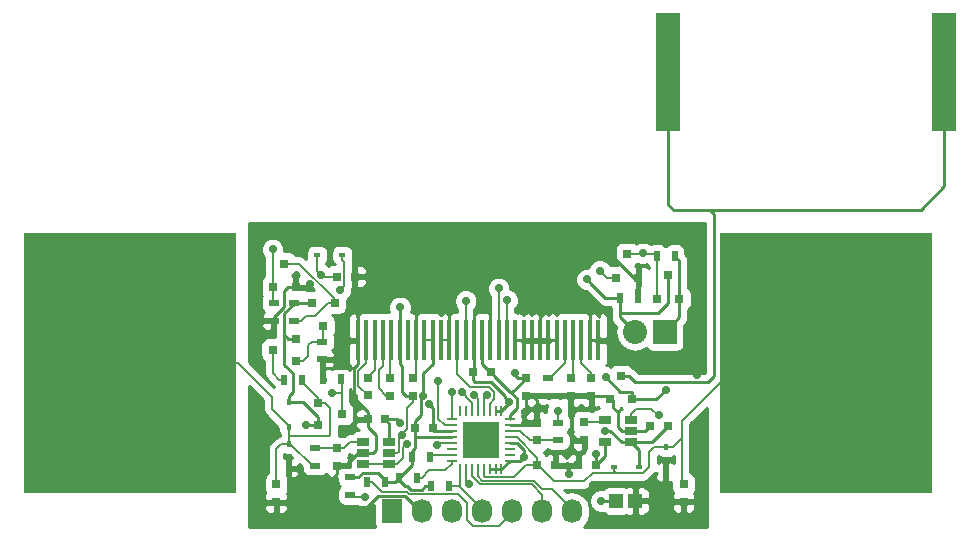
<source format=gtl>
G04 #@! TF.FileFunction,Copper,L1,Top,Signal*
%FSLAX46Y46*%
G04 Gerber Fmt 4.6, Leading zero omitted, Abs format (unit mm)*
G04 Created by KiCad (PCBNEW (2015-11-06 BZR 6302)-product) date 2015. November 08., Vasárnap 12:44:23*
%MOMM*%
G01*
G04 APERTURE LIST*
%ADD10C,0.100000*%
%ADD11R,0.400000X3.500000*%
%ADD12R,0.800100X0.800100*%
%ADD13R,0.500000X0.900000*%
%ADD14R,0.450000X0.590000*%
%ADD15R,0.750000X0.800000*%
%ADD16R,0.250000X0.850000*%
%ADD17R,0.850000X0.250000*%
%ADD18R,3.100000X3.100000*%
%ADD19R,1.727200X2.032000*%
%ADD20O,1.727200X2.032000*%
%ADD21R,18.000000X22.000000*%
%ADD22R,0.800000X0.750000*%
%ADD23R,0.590000X0.450000*%
%ADD24R,1.060000X0.650000*%
%ADD25R,2.000000X10.000000*%
%ADD26R,1.200000X1.200000*%
%ADD27R,2.032000X2.032000*%
%ADD28O,2.032000X2.032000*%
%ADD29R,0.900000X0.500000*%
%ADD30C,0.708000*%
%ADD31C,0.152400*%
%ADD32C,0.252400*%
%ADD33C,0.203200*%
%ADD34C,0.254000*%
G04 APERTURE END LIST*
D10*
D11*
X58350000Y-60100000D03*
X59050000Y-60100000D03*
X59750000Y-60100000D03*
X60450000Y-60100000D03*
X61150000Y-60100000D03*
X61850000Y-60100000D03*
X62550000Y-60100000D03*
X63250000Y-60100000D03*
X63950000Y-60100000D03*
X64650000Y-60100000D03*
X65350000Y-60100000D03*
X66050000Y-60100000D03*
X66750000Y-60100000D03*
X67450000Y-60100000D03*
X68150000Y-60100000D03*
X68850000Y-60100000D03*
X69550000Y-60100000D03*
X70250000Y-60100000D03*
X70950000Y-60100000D03*
X71650000Y-60100000D03*
X72350000Y-60100000D03*
X73050000Y-60100000D03*
X73750000Y-60100000D03*
X74450000Y-60100000D03*
X75150000Y-60100000D03*
X75850000Y-60100000D03*
X76550000Y-60100000D03*
X77250000Y-60100000D03*
X77950000Y-60100000D03*
X78650000Y-60100000D03*
D12*
X80150000Y-54800760D03*
X82050000Y-54800760D03*
X81100000Y-52801780D03*
D13*
X53582000Y-63423800D03*
X52082000Y-63423800D03*
D14*
X52468780Y-65332980D03*
X52468780Y-67442980D03*
X52451000Y-68845800D03*
X52451000Y-70955800D03*
D15*
X56591200Y-69227000D03*
X56591200Y-70727000D03*
D16*
X66979800Y-71015400D03*
X67479800Y-71015400D03*
X67979800Y-71015400D03*
X68479800Y-71015400D03*
X68979800Y-71015400D03*
X69479800Y-71015400D03*
X69979800Y-71015400D03*
X70479800Y-71015400D03*
X70479800Y-66065400D03*
X69979800Y-66065400D03*
X69479800Y-66065400D03*
X68979800Y-66065400D03*
X68479800Y-66065400D03*
X67979800Y-66065400D03*
X67479800Y-66065400D03*
X66979800Y-66065400D03*
D17*
X71204800Y-70290400D03*
X71204800Y-69790400D03*
X71204800Y-69290400D03*
X71204800Y-68790400D03*
X71204800Y-68290400D03*
X71204800Y-67790400D03*
X71204800Y-67290400D03*
X71204800Y-66790400D03*
X66254800Y-66790400D03*
X66254800Y-67290400D03*
X66254800Y-67790400D03*
X66254800Y-68290400D03*
X66254800Y-68790400D03*
X66254800Y-69290400D03*
X66254800Y-69790400D03*
X66254800Y-70290400D03*
D18*
X68729800Y-68540400D03*
D19*
X61239400Y-74574400D03*
D20*
X63779400Y-74574400D03*
X66319400Y-74574400D03*
X68859400Y-74574400D03*
X71399400Y-74574400D03*
X73939400Y-74574400D03*
X76479400Y-74574400D03*
D21*
X98000000Y-62000000D03*
D22*
X73519600Y-70688200D03*
X75019600Y-70688200D03*
X84570000Y-67360800D03*
X83070000Y-67360800D03*
D15*
X73456800Y-68568000D03*
X73456800Y-67068000D03*
D22*
X63181800Y-67538600D03*
X64681800Y-67538600D03*
X78474000Y-70688200D03*
X76974000Y-70688200D03*
D15*
X77470000Y-67042600D03*
X77470000Y-68542600D03*
X72517000Y-64808800D03*
X72517000Y-63308800D03*
X78079600Y-64783400D03*
X78079600Y-63283400D03*
X62992000Y-64783400D03*
X62992000Y-63283400D03*
D22*
X69557900Y-62753240D03*
X68057900Y-62753240D03*
D15*
X59156600Y-63271400D03*
X59156600Y-64771400D03*
X61061600Y-63283400D03*
X61061600Y-64783400D03*
X76352400Y-64783400D03*
X76352400Y-63283400D03*
D23*
X82106400Y-70815200D03*
X79996400Y-70815200D03*
D14*
X84371180Y-69127740D03*
X84371180Y-71237740D03*
D21*
X39000000Y-62000000D03*
D24*
X58793200Y-68696800D03*
X58793200Y-69646800D03*
X58793200Y-70596800D03*
X60993200Y-70596800D03*
X60993200Y-68696800D03*
X60993200Y-69646800D03*
X81440200Y-68717200D03*
X81440200Y-67767200D03*
X81440200Y-66817200D03*
X79240200Y-66817200D03*
X79240200Y-68717200D03*
D22*
X60643200Y-66802000D03*
X59143200Y-66802000D03*
D25*
X107991400Y-37388800D03*
X84591400Y-37388800D03*
D26*
X80200000Y-73700000D03*
X81800000Y-73700000D03*
D23*
X54890000Y-52900000D03*
X57000000Y-52900000D03*
D27*
X84300000Y-59400000D03*
D28*
X81760000Y-59400000D03*
D12*
X54980840Y-65369400D03*
X54980840Y-67269400D03*
X56979820Y-66319400D03*
X79669600Y-65110360D03*
X81569600Y-65110360D03*
X80619600Y-63111380D03*
X53100760Y-61850000D03*
X53100760Y-59950000D03*
X51101780Y-60900000D03*
X56350000Y-56901020D03*
X54450000Y-56901020D03*
X55400000Y-58900000D03*
X51150000Y-55600760D03*
X53050000Y-55600760D03*
X52100000Y-53601780D03*
X83650000Y-56600760D03*
X85550000Y-56600760D03*
X84600000Y-54601780D03*
D13*
X56858600Y-63398400D03*
X55358600Y-63398400D03*
D29*
X54686200Y-69227000D03*
X54686200Y-70727000D03*
X75234800Y-68568000D03*
X75234800Y-67068000D03*
X74447400Y-63308800D03*
X74447400Y-64808800D03*
D13*
X66042540Y-72445880D03*
X64542540Y-72445880D03*
D29*
X55300000Y-60200000D03*
X55300000Y-61700000D03*
X52900000Y-56950000D03*
X52900000Y-58450000D03*
X51200000Y-56950000D03*
X51200000Y-58450000D03*
D13*
X85150000Y-53000000D03*
X83650000Y-53000000D03*
X80500000Y-56500000D03*
X82000000Y-56500000D03*
D29*
X57668160Y-71695180D03*
X57668160Y-73195180D03*
D13*
X59135580Y-72118220D03*
X60635580Y-72118220D03*
X64397320Y-70004940D03*
X62897320Y-70004940D03*
X63319660Y-71744840D03*
X61819660Y-71744840D03*
D15*
X85900000Y-72250000D03*
X85900000Y-73750000D03*
X51400000Y-72300000D03*
X51400000Y-73800000D03*
D22*
X56550000Y-54700000D03*
X58050000Y-54700000D03*
D30*
X54302000Y-55360178D03*
X78200339Y-72339479D03*
X79000000Y-75000000D03*
X83000000Y-75000000D03*
X87000000Y-75000000D03*
X87000000Y-71000000D03*
X87000000Y-67000000D03*
X87000000Y-63000000D03*
X87000000Y-59000000D03*
X87000000Y-55000000D03*
X78697809Y-52234571D03*
X87000000Y-51000000D03*
X83000000Y-51000000D03*
X79000000Y-51000000D03*
X75000000Y-51000000D03*
X71000000Y-51000000D03*
X67000000Y-51000000D03*
X63000000Y-51000000D03*
X59000000Y-51000000D03*
X55000000Y-51000000D03*
X51000000Y-51000000D03*
X50000000Y-54000000D03*
X50000000Y-58000000D03*
X50000000Y-62000000D03*
X50000000Y-66000000D03*
X50000000Y-70000000D03*
X50000000Y-74000000D03*
X53000000Y-75000000D03*
X57000000Y-75000000D03*
X58500000Y-52200000D03*
X64320371Y-65517832D03*
X72433180Y-66144140D03*
X76197460Y-71450200D03*
X72362060Y-69992240D03*
X71147940Y-65351660D03*
X53909436Y-67268361D03*
X84400000Y-64300000D03*
X79273400Y-67767200D03*
X79298800Y-63220600D03*
X61925200Y-67081400D03*
X63873412Y-64782620D03*
X78460600Y-69723000D03*
X71628000Y-62839600D03*
X62489080Y-68854320D03*
X75234800Y-66065400D03*
X69291200Y-64705378D03*
X70256400Y-55702200D03*
X67462400Y-56769000D03*
X68173600Y-64693800D03*
X67153350Y-64434124D03*
X70942200Y-56718200D03*
X77692607Y-54944045D03*
X61900000Y-57300000D03*
X62023123Y-68101874D03*
X83820000Y-66421000D03*
X78900000Y-73700000D03*
X69831084Y-68566621D03*
X67698436Y-68549140D03*
X68729800Y-68540400D03*
X56830489Y-55860895D03*
X65138850Y-63517380D03*
X82462183Y-52736095D03*
X65003680Y-68958460D03*
X51100000Y-52400000D03*
X66274005Y-64511116D03*
X58963560Y-73403460D03*
X67696080Y-72252840D03*
X55236493Y-54590955D03*
X78800000Y-54200000D03*
X56100000Y-64600000D03*
D31*
X73544600Y-70688200D02*
X74896116Y-72039716D01*
X73519600Y-70688200D02*
X73544600Y-70688200D01*
X78198182Y-71353680D02*
X80157480Y-71353680D01*
X74896116Y-72039716D02*
X77512146Y-72039716D01*
X77512146Y-72039716D02*
X78198182Y-71353680D01*
X85900000Y-72250000D02*
X85875558Y-72250000D01*
X85875558Y-72250000D02*
X85772893Y-72147335D01*
X85772893Y-72147335D02*
X85772893Y-68300367D01*
X85772893Y-68300367D02*
X85773260Y-68300000D01*
X85773260Y-68300000D02*
X85773260Y-66923524D01*
X85773260Y-66923524D02*
X90696784Y-62000000D01*
X90696784Y-62000000D02*
X98000000Y-62000000D01*
X85773260Y-68382460D02*
X85773260Y-68300000D01*
X83002120Y-69517260D02*
X83391640Y-69127740D01*
X83391640Y-69127740D02*
X84371180Y-69127740D01*
X83002120Y-70850962D02*
X83002120Y-69517260D01*
X80157480Y-71353680D02*
X82499402Y-71353680D01*
X82499402Y-71353680D02*
X83002120Y-70850962D01*
X79996400Y-70815200D02*
X79996400Y-71192600D01*
X79996400Y-71192600D02*
X80157480Y-71353680D01*
X85773260Y-68382460D02*
X85027980Y-69127740D01*
X85027980Y-69127740D02*
X84371180Y-69127740D01*
X71204800Y-68290400D02*
X71782200Y-68290400D01*
X71782200Y-68290400D02*
X73519600Y-70027800D01*
X73519600Y-70027800D02*
X73519600Y-70688200D01*
X68979800Y-71015400D02*
X68979800Y-71592800D01*
X68979800Y-71592800D02*
X69058158Y-71671158D01*
X69058158Y-71671158D02*
X71545668Y-71671158D01*
X71545668Y-71671158D02*
X72528626Y-70688200D01*
X72528626Y-70688200D02*
X73519600Y-70688200D01*
X93788200Y-62000000D02*
X98000000Y-62000000D01*
X56591200Y-69227000D02*
X57118600Y-69227000D01*
X57118600Y-69227000D02*
X57648800Y-68696800D01*
X57648800Y-68696800D02*
X58110800Y-68696800D01*
X58110800Y-68696800D02*
X58793200Y-68696800D01*
X56591200Y-69227000D02*
X56063800Y-69227000D01*
X56063800Y-69227000D02*
X54686200Y-69227000D01*
D32*
X54061418Y-55600760D02*
X54302000Y-55360178D01*
X53050000Y-55600760D02*
X54061418Y-55600760D01*
X59359800Y-56565800D02*
X59359800Y-54700000D01*
X59359800Y-54700000D02*
X59359800Y-53059800D01*
X59002400Y-54700000D02*
X59359800Y-54700000D01*
X58350000Y-54700000D02*
X59002400Y-54700000D01*
X82692519Y-72339479D02*
X81800000Y-72339479D01*
X81800000Y-72339479D02*
X78700970Y-72339479D01*
X81800000Y-73700000D02*
X81800000Y-72847600D01*
X81800000Y-72847600D02*
X81800000Y-72339479D01*
X78700970Y-72339479D02*
X78200339Y-72339479D01*
X83571080Y-73218040D02*
X82692519Y-72339479D01*
X78800000Y-53100000D02*
X73800000Y-53100000D01*
X73800000Y-53100000D02*
X72600000Y-53100000D01*
X73750000Y-58097600D02*
X73750000Y-53150000D01*
X73750000Y-53150000D02*
X73800000Y-53100000D01*
X72600000Y-53100000D02*
X68400000Y-53100000D01*
X68400000Y-53100000D02*
X66100000Y-53100000D01*
X68453000Y-56823350D02*
X68453000Y-53153000D01*
X68453000Y-53153000D02*
X68400000Y-53100000D01*
X66100000Y-53100000D02*
X63300000Y-53100000D01*
X66050000Y-60100000D02*
X66050000Y-53150000D01*
X66050000Y-53150000D02*
X66100000Y-53100000D01*
X63300000Y-53100000D02*
X59400000Y-53100000D01*
X63250000Y-60100000D02*
X63250000Y-53150000D01*
X63250000Y-53150000D02*
X63300000Y-53100000D01*
X59400000Y-53100000D02*
X59359800Y-53059800D01*
X68453000Y-56253412D02*
X68453000Y-56823350D01*
X87000000Y-75000000D02*
X83000000Y-75000000D01*
X87000000Y-67000000D02*
X87000000Y-71000000D01*
X87000000Y-59000000D02*
X87000000Y-63000000D01*
X87000000Y-51000000D02*
X87000000Y-55000000D01*
X78697809Y-52234571D02*
X78697809Y-52735202D01*
X78697809Y-52735202D02*
X78800000Y-52837393D01*
X78800000Y-52837393D02*
X78800000Y-53100000D01*
X79000000Y-51000000D02*
X83000000Y-51000000D01*
X71000000Y-51000000D02*
X75000000Y-51000000D01*
X63000000Y-51000000D02*
X67000000Y-51000000D01*
X55000000Y-51000000D02*
X59000000Y-51000000D01*
X50000000Y-51000000D02*
X51000000Y-51000000D01*
X50000000Y-54000000D02*
X50000000Y-51000000D01*
X50000000Y-62000000D02*
X50000000Y-58000000D01*
X50000000Y-70000000D02*
X50000000Y-66000000D01*
X50000000Y-75000000D02*
X50000000Y-74000000D01*
X53000000Y-75000000D02*
X50000000Y-75000000D01*
X57000000Y-74200000D02*
X54000000Y-74200000D01*
X59100000Y-74200000D02*
X57000000Y-74200000D01*
X57000000Y-74200000D02*
X57000000Y-75000000D01*
X79600000Y-53100000D02*
X78800000Y-53100000D01*
X79982379Y-53100000D02*
X79600000Y-53100000D01*
X59359800Y-53059800D02*
X58500000Y-52200000D01*
X53200000Y-73800000D02*
X53400000Y-73600000D01*
X53400000Y-73600000D02*
X53600000Y-73400000D01*
X54000000Y-74200000D02*
X53400000Y-73600000D01*
X60020201Y-73279799D02*
X59100000Y-74200000D01*
X62325881Y-73279799D02*
X60020201Y-73279799D01*
X63779400Y-74574400D02*
X63620482Y-74574400D01*
X63620482Y-74574400D02*
X62325881Y-73279799D01*
X52664700Y-71716900D02*
X53600000Y-71716900D01*
X53600000Y-71716900D02*
X56253700Y-71716900D01*
X53600000Y-73400000D02*
X53600000Y-71716900D01*
X51400000Y-73800000D02*
X53200000Y-73800000D01*
X85900000Y-73750000D02*
X84103040Y-73750000D01*
X84103040Y-73750000D02*
X83571080Y-73218040D01*
X82050000Y-54800760D02*
X81683139Y-54800760D01*
X81683139Y-54800760D02*
X79982379Y-53100000D01*
X82000000Y-56500000D02*
X82000000Y-54850760D01*
X82000000Y-54850760D02*
X82050000Y-54800760D01*
X64674370Y-65871831D02*
X64320371Y-65517832D01*
X64681800Y-65879261D02*
X64674370Y-65871831D01*
X64681800Y-67538600D02*
X64681800Y-65879261D01*
X52100000Y-57251482D02*
X52100000Y-55898310D01*
X52397550Y-55600760D02*
X53050000Y-55600760D01*
X52100000Y-55898310D02*
X52397550Y-55600760D01*
X51200000Y-58450000D02*
X51200000Y-58151482D01*
X51200000Y-58151482D02*
X52100000Y-57251482D01*
X55300000Y-61700000D02*
X55300000Y-62202400D01*
X55300000Y-62202400D02*
X55358600Y-62261000D01*
X55358600Y-62261000D02*
X55358600Y-62771000D01*
X72517000Y-64808800D02*
X72517000Y-66060320D01*
X72517000Y-66060320D02*
X72433180Y-66144140D01*
X68150000Y-60100000D02*
X68150000Y-62661140D01*
X68150000Y-62661140D02*
X68057900Y-62753240D01*
X68226940Y-63599060D02*
X68057900Y-63430020D01*
X68057900Y-63430020D02*
X68057900Y-62753240D01*
X69616320Y-63599060D02*
X68226940Y-63599060D01*
X70793941Y-64776681D02*
X69616320Y-63599060D01*
X71147940Y-65351660D02*
X70793941Y-64997661D01*
X70793941Y-64997661D02*
X70793941Y-64776681D01*
X59865260Y-69357140D02*
X59865260Y-68151460D01*
X59865260Y-68151460D02*
X59143200Y-67429400D01*
X59143200Y-67429400D02*
X59143200Y-66802000D01*
X58793200Y-69646800D02*
X59575600Y-69646800D01*
X59575600Y-69646800D02*
X59865260Y-69357140D01*
X83571080Y-73218040D02*
X84371180Y-72417940D01*
X84371180Y-72417940D02*
X84371180Y-71237740D01*
X52451000Y-70955800D02*
X52375700Y-70955800D01*
X76182220Y-70688200D02*
X76974000Y-70688200D01*
X75019600Y-70688200D02*
X76182220Y-70688200D01*
X76182220Y-70688200D02*
X76182220Y-71434960D01*
X76182220Y-71434960D02*
X76197460Y-71450200D01*
X52451000Y-70955800D02*
X52451000Y-71503200D01*
X52451000Y-71503200D02*
X52664700Y-71716900D01*
X56253700Y-71716900D02*
X56591200Y-71379400D01*
X56591200Y-71379400D02*
X56591200Y-70727000D01*
X56591200Y-70727000D02*
X57218600Y-70727000D01*
X57218600Y-70727000D02*
X58298800Y-69646800D01*
X58298800Y-69646800D02*
X58793200Y-69646800D01*
D31*
X56721400Y-70596800D02*
X56591200Y-70727000D01*
D32*
X71204800Y-68790400D02*
X71756282Y-68790400D01*
X72362060Y-69396178D02*
X72362060Y-69491609D01*
X71756282Y-68790400D02*
X72362060Y-69396178D01*
X72362060Y-69491609D02*
X72362060Y-69992240D01*
X71204800Y-70290400D02*
X72063900Y-70290400D01*
X72063900Y-70290400D02*
X72362060Y-69992240D01*
X70479800Y-71015400D02*
X71204800Y-70290400D01*
X71204800Y-70290400D02*
X71395300Y-70290400D01*
X69979800Y-71015400D02*
X70479800Y-71015400D01*
X69479800Y-71015400D02*
X69979800Y-71015400D01*
X71147940Y-65351660D02*
X71147940Y-65397260D01*
X71147940Y-65397260D02*
X70479800Y-66065400D01*
X69979800Y-66065400D02*
X70479800Y-66065400D01*
X73456800Y-67068000D02*
X73456800Y-65121200D01*
X73456800Y-65121200D02*
X73144400Y-64808800D01*
X73144400Y-64808800D02*
X72517000Y-64808800D01*
X76352400Y-68052400D02*
X76352400Y-66246750D01*
X76352400Y-66246750D02*
X76352400Y-64783400D01*
X76999000Y-70688200D02*
X76974000Y-70688200D01*
X83070000Y-67360800D02*
X82663600Y-67767200D01*
X82663600Y-67767200D02*
X81440200Y-67767200D01*
X80314800Y-67424200D02*
X80314800Y-66154010D01*
X80314800Y-66154010D02*
X79949000Y-65788210D01*
X79949000Y-65788210D02*
X79949000Y-65135760D01*
X81440200Y-67767200D02*
X80657800Y-67767200D01*
X80657800Y-67767200D02*
X80314800Y-67424200D01*
X55358600Y-63398400D02*
X55358600Y-62771000D01*
X55358600Y-62771000D02*
X55666190Y-62463410D01*
X55666190Y-62463410D02*
X57988990Y-62463410D01*
X59143200Y-66802000D02*
X59143200Y-66174600D01*
X59143200Y-66174600D02*
X57988990Y-65020390D01*
X57988990Y-65020390D02*
X57988990Y-62463410D01*
X57988990Y-62463410D02*
X58350000Y-62102400D01*
X58350000Y-62102400D02*
X58350000Y-60100000D01*
X59143200Y-66802000D02*
X59118200Y-66802000D01*
X78079600Y-64783400D02*
X79596640Y-64783400D01*
X79596640Y-64783400D02*
X79949000Y-65135760D01*
X77470000Y-68542600D02*
X76842600Y-68542600D01*
X76842600Y-68542600D02*
X76352400Y-68052400D01*
X77470000Y-69265800D02*
X76974000Y-69761800D01*
X76974000Y-69761800D02*
X76974000Y-70688200D01*
X77470000Y-68542600D02*
X77470000Y-69265800D01*
X66254800Y-67790400D02*
X64755800Y-67790400D01*
X64755800Y-67790400D02*
X64681800Y-67716400D01*
X58350000Y-57575600D02*
X59359800Y-56565800D01*
X58350000Y-60100000D02*
X58350000Y-57575600D01*
X73234400Y-67290400D02*
X72521356Y-67290400D01*
X72521356Y-67290400D02*
X71204800Y-67290400D01*
X72517000Y-64808800D02*
X74447400Y-64808800D01*
X68453000Y-56823350D02*
X68453000Y-57302400D01*
X76352400Y-64783400D02*
X78079600Y-64783400D01*
X74447400Y-64808800D02*
X76327000Y-64808800D01*
X76327000Y-64808800D02*
X76352400Y-64783400D01*
X73456800Y-67068000D02*
X73234400Y-67290400D01*
X68453000Y-57302400D02*
X68150000Y-57605400D01*
X68150000Y-57605400D02*
X68150000Y-60100000D01*
X69189600Y-57302400D02*
X68453000Y-57302400D01*
X69550000Y-57662800D02*
X69189600Y-57302400D01*
X69550000Y-60100000D02*
X69550000Y-57662800D01*
X77546200Y-57023000D02*
X77950000Y-57426800D01*
X77950000Y-57426800D02*
X77950000Y-60100000D01*
X74824600Y-57023000D02*
X77546200Y-57023000D01*
X73750000Y-60100000D02*
X73750000Y-58097600D01*
X73750000Y-58097600D02*
X74824600Y-57023000D01*
X72350000Y-60100000D02*
X71650000Y-60100000D01*
X73050000Y-60100000D02*
X72350000Y-60100000D01*
X73750000Y-60100000D02*
X73050000Y-60100000D01*
X74450000Y-60100000D02*
X73750000Y-60100000D01*
X75150000Y-60100000D02*
X74450000Y-60100000D01*
X77950000Y-60100000D02*
X78650000Y-60100000D01*
D33*
X63250000Y-60100000D02*
X63250000Y-63025400D01*
X63250000Y-63025400D02*
X62992000Y-63283400D01*
X65350000Y-60100000D02*
X66050000Y-60100000D01*
D32*
X52800000Y-62900000D02*
X52100000Y-62200000D01*
X52100000Y-62200000D02*
X52100000Y-59601690D01*
X52800000Y-64454360D02*
X52800000Y-62900000D01*
X52468780Y-65332980D02*
X52468780Y-64785580D01*
X52468780Y-64785580D02*
X52800000Y-64454360D01*
X53910475Y-67269400D02*
X53909436Y-67268361D01*
X54980840Y-67269400D02*
X53910475Y-67269400D01*
X81569600Y-65110360D02*
X83589640Y-65110360D01*
X83589640Y-65110360D02*
X84400000Y-64300000D01*
X85150000Y-53000000D02*
X85550000Y-53400000D01*
X85550000Y-56600760D02*
X85550000Y-53400000D01*
X85550000Y-56600760D02*
X85550000Y-58150000D01*
X85550000Y-58150000D02*
X84300000Y-59400000D01*
X52448310Y-59950000D02*
X53100760Y-59950000D01*
X52100000Y-59601690D02*
X52448310Y-59950000D01*
X52100000Y-57823970D02*
X52100000Y-59601690D01*
X52900000Y-57023970D02*
X52100000Y-57823970D01*
X52900000Y-56950000D02*
X52900000Y-57023970D01*
X54450000Y-56901020D02*
X52948980Y-56901020D01*
X52948980Y-56901020D02*
X52900000Y-56950000D01*
X82106400Y-70815200D02*
X82106400Y-69383400D01*
X82106400Y-69383400D02*
X81440200Y-68717200D01*
X52468780Y-65332980D02*
X53696870Y-65332980D01*
X53696870Y-65332980D02*
X54980840Y-66616950D01*
X54980840Y-66616950D02*
X54980840Y-67269400D01*
X79707800Y-67767200D02*
X79273400Y-67767200D01*
X81440200Y-68717200D02*
X80657800Y-68717200D01*
X80657800Y-68717200D02*
X79707800Y-67767200D01*
X81440200Y-68717200D02*
X83188600Y-68717200D01*
X83188600Y-68717200D02*
X84545000Y-67360800D01*
X84545000Y-67360800D02*
X84570000Y-67360800D01*
X80510710Y-64457910D02*
X79298800Y-63246000D01*
X79298800Y-63246000D02*
X79298800Y-63220600D01*
X81569600Y-64457910D02*
X80510710Y-64457910D01*
X81569600Y-65110360D02*
X81569600Y-64457910D01*
X81235200Y-68717200D02*
X81440200Y-68717200D01*
X60643200Y-66802000D02*
X61645800Y-66802000D01*
X61645800Y-66802000D02*
X61925200Y-67081400D01*
X54825040Y-67425200D02*
X54980840Y-67269400D01*
X60993200Y-68696800D02*
X60993200Y-67152000D01*
X60993200Y-67152000D02*
X60643200Y-66802000D01*
D31*
X73456800Y-68568000D02*
X75234800Y-68568000D01*
X72083000Y-67790400D02*
X72860600Y-68568000D01*
X72860600Y-68568000D02*
X73456800Y-68568000D01*
X71204800Y-67790400D02*
X72083000Y-67790400D01*
D32*
X61819660Y-71944840D02*
X62322060Y-72447240D01*
X62322060Y-72447240D02*
X62522060Y-72447240D01*
X64040140Y-72445880D02*
X64542540Y-72445880D01*
X62522060Y-72447240D02*
X62844490Y-72769670D01*
X62844490Y-72769670D02*
X63716350Y-72769670D01*
X61819660Y-71744840D02*
X61819660Y-71944840D01*
X63716350Y-72769670D02*
X64040140Y-72445880D01*
X63873412Y-62878988D02*
X63873412Y-64281989D01*
X63181800Y-67538600D02*
X63181800Y-66911200D01*
X63668352Y-66424648D02*
X63668352Y-64987680D01*
X63668352Y-64987680D02*
X63873412Y-64782620D01*
X64650000Y-62102400D02*
X63873412Y-62878988D01*
X64650000Y-60100000D02*
X64650000Y-62102400D01*
X63181800Y-66911200D02*
X63668352Y-66424648D01*
X63873412Y-64281989D02*
X63873412Y-64782620D01*
X68850000Y-60100000D02*
X68850000Y-62102400D01*
X68850000Y-62102400D02*
X69500840Y-62753240D01*
X69500840Y-62753240D02*
X69557900Y-62753240D01*
X71204800Y-64443000D02*
X69972240Y-63210440D01*
X69972240Y-63210440D02*
X69972240Y-63167580D01*
X69972240Y-63167580D02*
X69557900Y-62753240D01*
X58755240Y-71310500D02*
X60027860Y-71310500D01*
X60635580Y-71918220D02*
X60635580Y-72118220D01*
X60027860Y-71310500D02*
X60635580Y-71918220D01*
X57668160Y-71695180D02*
X58370560Y-71695180D01*
X58370560Y-71695180D02*
X58755240Y-71310500D01*
X60635580Y-72118220D02*
X61446280Y-72118220D01*
X61446280Y-72118220D02*
X61819660Y-71744840D01*
X61725680Y-71838820D02*
X61819660Y-71744840D01*
X63181800Y-67716400D02*
X63181800Y-69220780D01*
X63181800Y-69220780D02*
X62897320Y-69505260D01*
X62897320Y-69505260D02*
X62897320Y-70004940D01*
X62897320Y-70004940D02*
X62897320Y-70667180D01*
X62897320Y-70667180D02*
X61819660Y-71744840D01*
X71780541Y-65018741D02*
X71780541Y-65837259D01*
X71204800Y-64443000D02*
X71780541Y-65018741D01*
X71204800Y-66413000D02*
X71204800Y-66790400D01*
X71780541Y-65837259D02*
X71204800Y-66413000D01*
X78474000Y-70688200D02*
X78474000Y-69736400D01*
X78474000Y-69736400D02*
X78460600Y-69723000D01*
X79240200Y-68717200D02*
X79240200Y-69922000D01*
X79240200Y-69922000D02*
X78474000Y-70688200D01*
X71628000Y-63047200D02*
X71628000Y-62839600D01*
X72517000Y-63308800D02*
X71889600Y-63308800D01*
X71889600Y-63308800D02*
X71628000Y-63047200D01*
X66254800Y-68290400D02*
X63306200Y-68290400D01*
X63306200Y-68290400D02*
X63181800Y-68166000D01*
X63181800Y-68166000D02*
X63181800Y-67538600D01*
X71204800Y-64443000D02*
X71407800Y-64443000D01*
X71407800Y-64443000D02*
X72517000Y-63333800D01*
X72517000Y-63333800D02*
X72517000Y-63308800D01*
D33*
X63950000Y-60100000D02*
X64650000Y-60100000D01*
D31*
X77470000Y-67042600D02*
X79014800Y-67042600D01*
X79014800Y-67042600D02*
X79240200Y-66817200D01*
X77250000Y-60100000D02*
X77250000Y-62002400D01*
X77250000Y-62002400D02*
X77673200Y-62425600D01*
X77673200Y-62425600D02*
X77673200Y-62433200D01*
X77673200Y-62433200D02*
X78079600Y-62839600D01*
X78079600Y-62839600D02*
X78079600Y-63283400D01*
X59750000Y-60100000D02*
X59750000Y-62653000D01*
X59750000Y-62653000D02*
X59156600Y-63246400D01*
X59156600Y-63246400D02*
X59156600Y-63271400D01*
X58343800Y-62708600D02*
X58343800Y-63933600D01*
X58343800Y-63933600D02*
X59156600Y-64746400D01*
X59156600Y-64746400D02*
X59156600Y-64771400D01*
X59050000Y-60100000D02*
X59050000Y-62002400D01*
X59050000Y-62002400D02*
X58343800Y-62708600D01*
X61061600Y-63283400D02*
X61061600Y-60188400D01*
X61061600Y-60188400D02*
X61150000Y-60100000D01*
X60450000Y-60100000D02*
X60450000Y-62232000D01*
X60450000Y-62232000D02*
X60096400Y-62585600D01*
X60096400Y-62585600D02*
X60096400Y-64135000D01*
X60096400Y-64135000D02*
X60744800Y-64783400D01*
X60744800Y-64783400D02*
X61061600Y-64783400D01*
X76550000Y-60100000D02*
X76550000Y-63085800D01*
X76550000Y-63085800D02*
X76352400Y-63283400D01*
X60993200Y-70596800D02*
X58793200Y-70596800D01*
X62184280Y-70088120D02*
X62184280Y-69159120D01*
X62184280Y-69159120D02*
X62489080Y-68854320D01*
X60993200Y-70596800D02*
X61675600Y-70596800D01*
X61675600Y-70596800D02*
X62184280Y-70088120D01*
X75234800Y-67068000D02*
X75234800Y-66065400D01*
X75850000Y-60100000D02*
X75850000Y-62030000D01*
X75850000Y-62030000D02*
X74622000Y-63258000D01*
X74622000Y-63258000D02*
X74422000Y-63258000D01*
X66750000Y-62951177D02*
X66750000Y-62002400D01*
X69479800Y-65488000D02*
X69873801Y-65093999D01*
X69461651Y-64027401D02*
X67826224Y-64027401D01*
X69479800Y-66065400D02*
X69479800Y-65488000D01*
X67826224Y-64027401D02*
X66750000Y-62951177D01*
X69873801Y-65093999D02*
X69873801Y-64439551D01*
X69873801Y-64439551D02*
X69461651Y-64027401D01*
X66750000Y-62002400D02*
X66750000Y-60100000D01*
X68979800Y-65016778D02*
X69291200Y-64705378D01*
X68979800Y-66065400D02*
X68979800Y-65016778D01*
X70256400Y-55702200D02*
X70256400Y-60093600D01*
X70256400Y-60093600D02*
X70250000Y-60100000D01*
X67462400Y-56769000D02*
X67462400Y-60087600D01*
X67462400Y-60087600D02*
X67450000Y-60100000D01*
X68479800Y-66065400D02*
X68479800Y-65000000D01*
X68479800Y-65000000D02*
X68173600Y-64693800D01*
X67487800Y-60062200D02*
X67450000Y-60100000D01*
X67979800Y-66065400D02*
X67979800Y-65376402D01*
X67979800Y-65376402D02*
X67507349Y-64903951D01*
X67507349Y-64903951D02*
X67507349Y-64788123D01*
X67507349Y-64788123D02*
X67153350Y-64434124D01*
X70950000Y-60100000D02*
X70950000Y-58197600D01*
X70950000Y-58197600D02*
X70942200Y-58189800D01*
X70942200Y-58189800D02*
X70942200Y-56718200D01*
D32*
X78046606Y-55298044D02*
X77692607Y-54944045D01*
X79248562Y-56500000D02*
X78046606Y-55298044D01*
X80500000Y-56500000D02*
X79248562Y-56500000D01*
X61850000Y-60100000D02*
X61850000Y-57350000D01*
X61850000Y-57350000D02*
X61900000Y-57300000D01*
X80500000Y-56500000D02*
X80500000Y-57800000D01*
X84600000Y-56952342D02*
X83752342Y-57800000D01*
X80500000Y-57800000D02*
X80500000Y-58140000D01*
X83360000Y-57800000D02*
X80500000Y-57800000D01*
X84600000Y-54601780D02*
X84600000Y-56952342D01*
X83752342Y-57800000D02*
X83360000Y-57800000D01*
X80500000Y-58140000D02*
X81760000Y-59400000D01*
D31*
X62511940Y-65815860D02*
X62511940Y-67613057D01*
X62511940Y-67613057D02*
X62023123Y-68101874D01*
X62992000Y-64783400D02*
X62992000Y-65335800D01*
X62992000Y-65335800D02*
X62511940Y-65815860D01*
X61786666Y-68338331D02*
X62023123Y-68101874D01*
X61786666Y-69535734D02*
X61786666Y-68338331D01*
X61675600Y-69646800D02*
X61786666Y-69535734D01*
X60993200Y-69646800D02*
X61675600Y-69646800D01*
D32*
X61850000Y-60100000D02*
X61850000Y-62102400D01*
X61850000Y-62102400D02*
X62026800Y-62279200D01*
X62026800Y-62279200D02*
X62026800Y-64445600D01*
X62026800Y-64445600D02*
X62364600Y-64783400D01*
X62364600Y-64783400D02*
X62992000Y-64783400D01*
D31*
X83697800Y-66421000D02*
X83820000Y-66421000D01*
X82778600Y-65904200D02*
X83181000Y-65904200D01*
X83181000Y-65904200D02*
X83697800Y-66421000D01*
X82778600Y-65904200D02*
X81875800Y-65904200D01*
X81875800Y-65904200D02*
X81440200Y-66339800D01*
X81440200Y-66339800D02*
X81440200Y-66817200D01*
D32*
X78900000Y-73700000D02*
X80200000Y-73700000D01*
D31*
X54980840Y-65369400D02*
X55533290Y-65369400D01*
X55533290Y-65369400D02*
X56000000Y-65836110D01*
X56000000Y-65836110D02*
X56000000Y-68100000D01*
X56000000Y-68100000D02*
X55900000Y-68200000D01*
X55900000Y-68200000D02*
X52468780Y-68200000D01*
X52468780Y-68200000D02*
X52468780Y-68828020D01*
X52468780Y-67442980D02*
X52468780Y-68200000D01*
X51400000Y-69300000D02*
X51854200Y-68845800D01*
X51854200Y-68845800D02*
X52451000Y-68845800D01*
X51400000Y-72300000D02*
X51400000Y-69300000D01*
X54535160Y-64576960D02*
X54980840Y-65022640D01*
X53582000Y-63623800D02*
X54535160Y-64576960D01*
X53582000Y-63423800D02*
X53582000Y-63623800D01*
X54980840Y-65022640D02*
X54980840Y-65369400D01*
X52468780Y-67442980D02*
X52468780Y-67372980D01*
X52468780Y-67372980D02*
X51024593Y-65928793D01*
X51024593Y-65928793D02*
X51024593Y-64872193D01*
X51024593Y-64872193D02*
X48152400Y-62000000D01*
X48152400Y-62000000D02*
X39000000Y-62000000D01*
X52468780Y-68828020D02*
X52451000Y-68845800D01*
X54686200Y-70727000D02*
X54486200Y-70727000D01*
X54486200Y-70727000D02*
X52605000Y-68845800D01*
X52605000Y-68845800D02*
X52451000Y-68845800D01*
X57184488Y-55506896D02*
X56830489Y-55860895D01*
X57184488Y-53461888D02*
X57184488Y-55506896D01*
X57000000Y-53277400D02*
X57184488Y-53461888D01*
X57000000Y-52900000D02*
X57000000Y-53277400D01*
X65677400Y-67290400D02*
X65138850Y-66751850D01*
X65138850Y-66751850D02*
X65138850Y-64018011D01*
X66254800Y-67290400D02*
X65677400Y-67290400D01*
X65138850Y-64018011D02*
X65138850Y-63517380D01*
X81100000Y-52801780D02*
X82396498Y-52801780D01*
X82396498Y-52801780D02*
X82462183Y-52736095D01*
X81100000Y-52801780D02*
X83451780Y-52801780D01*
X83451780Y-52801780D02*
X83650000Y-53000000D01*
X83650000Y-53000000D02*
X83650000Y-56600760D01*
D32*
X61239400Y-74574400D02*
X61239400Y-74422000D01*
D31*
X66876601Y-72439201D02*
X66869922Y-72445880D01*
X66869922Y-72445880D02*
X66042540Y-72445880D01*
X66876601Y-72439201D02*
X67038220Y-72600820D01*
X67038220Y-72600820D02*
X68859400Y-74422000D01*
X66979800Y-71015400D02*
X66979800Y-72542400D01*
X66979800Y-72542400D02*
X67038220Y-72600820D01*
X68859400Y-74422000D02*
X68859400Y-74574400D01*
X71399400Y-74726800D02*
X71399400Y-74574400D01*
X67556380Y-75295760D02*
X68079630Y-75819010D01*
X67556380Y-73873360D02*
X67556380Y-75295760D01*
X62472848Y-72924988D02*
X62672341Y-73124481D01*
X60344748Y-72924988D02*
X62472848Y-72924988D01*
X66807501Y-73124481D02*
X67556380Y-73873360D01*
X59135580Y-72118220D02*
X59537980Y-72118220D01*
X70307190Y-75819010D02*
X71399400Y-74726800D01*
X62672341Y-73124481D02*
X66807501Y-73124481D01*
X68079630Y-75819010D02*
X70307190Y-75819010D01*
X59537980Y-72118220D02*
X60344748Y-72924988D01*
X66254800Y-68790400D02*
X65171740Y-68790400D01*
X65171740Y-68790400D02*
X65003680Y-68958460D01*
X67979800Y-71015400D02*
X67979800Y-71592800D01*
X67979800Y-71592800D02*
X68667780Y-72280780D01*
X68667780Y-72280780D02*
X71798180Y-72280780D01*
X71798180Y-72280780D02*
X71808340Y-72290940D01*
X73939400Y-73200260D02*
X73939400Y-74574400D01*
X71808340Y-72290940D02*
X73030080Y-72290940D01*
X73030080Y-72290940D02*
X73939400Y-73200260D01*
X68479800Y-71015400D02*
X68479800Y-71592800D01*
X68862969Y-71975969D02*
X73227456Y-71975969D01*
X73227456Y-71975969D02*
X73932739Y-72681252D01*
X68479800Y-71592800D02*
X68862969Y-71975969D01*
X73932739Y-72681252D02*
X74738652Y-72681252D01*
X74738652Y-72681252D02*
X76479400Y-74422000D01*
X76479400Y-74422000D02*
X76479400Y-74574400D01*
D32*
X80619600Y-63111380D02*
X81272050Y-63111380D01*
X81272050Y-63111380D02*
X81793272Y-63632602D01*
X88434589Y-49434589D02*
X88100000Y-49100000D01*
X81793272Y-63632602D02*
X87950880Y-63632602D01*
X87950880Y-63632602D02*
X88434589Y-63148893D01*
X88434589Y-63148893D02*
X88434589Y-49434589D01*
X88100000Y-49100000D02*
X85085200Y-49100000D01*
X85085200Y-49100000D02*
X84591400Y-48606200D01*
X84591400Y-48606200D02*
X84591400Y-37388800D01*
X105967000Y-49100000D02*
X88100000Y-49100000D01*
X107991400Y-37388800D02*
X107991400Y-47075600D01*
X107991400Y-47075600D02*
X105967000Y-49100000D01*
D31*
X84591400Y-46186600D02*
X84591400Y-37388800D01*
X84591400Y-41388800D02*
X84556600Y-41423600D01*
X55400000Y-58900000D02*
X55400000Y-60100000D01*
X55400000Y-60100000D02*
X55300000Y-60200000D01*
X54100000Y-60500000D02*
X54400000Y-60200000D01*
X54400000Y-60200000D02*
X55300000Y-60200000D01*
X54100000Y-61403210D02*
X54100000Y-60500000D01*
X53100760Y-61850000D02*
X53653210Y-61850000D01*
X53653210Y-61850000D02*
X54100000Y-61403210D01*
X51101780Y-60900000D02*
X51101780Y-62845980D01*
X51101780Y-62845980D02*
X51679600Y-63423800D01*
X51679600Y-63423800D02*
X52082000Y-63423800D01*
X52100000Y-53601780D02*
X53367551Y-53601780D01*
X56350000Y-56584229D02*
X56350000Y-56901020D01*
X53367551Y-53601780D02*
X56350000Y-56584229D01*
X52900000Y-58450000D02*
X53502400Y-58450000D01*
X53502400Y-58450000D02*
X53952400Y-58000000D01*
X53952400Y-58000000D02*
X54698570Y-58000000D01*
X54698570Y-58000000D02*
X55797550Y-56901020D01*
X55797550Y-56901020D02*
X56350000Y-56901020D01*
X51100000Y-52400000D02*
X51100000Y-55550760D01*
X51100000Y-55550760D02*
X51150000Y-55600760D01*
X66254800Y-64530321D02*
X66274005Y-64511116D01*
X66254800Y-66790400D02*
X66254800Y-64530321D01*
X51150000Y-55600760D02*
X51150000Y-56900000D01*
X51150000Y-56900000D02*
X51200000Y-56950000D01*
X58963560Y-73403460D02*
X57876440Y-73403460D01*
X57876440Y-73403460D02*
X57668160Y-73195180D01*
X67479800Y-71015400D02*
X67479800Y-72036560D01*
X67479800Y-72036560D02*
X67696080Y-72252840D01*
X66254800Y-69790400D02*
X64611860Y-69790400D01*
X64611860Y-69790400D02*
X64397320Y-70004940D01*
X63319660Y-71744840D02*
X63722060Y-71744840D01*
X63722060Y-71744840D02*
X64379920Y-71086980D01*
X64379920Y-71086980D02*
X65735620Y-71086980D01*
X65735620Y-71086980D02*
X66254800Y-70567800D01*
X66254800Y-70567800D02*
X66254800Y-70290400D01*
X54890000Y-52900000D02*
X54890000Y-54244462D01*
X55345538Y-54700000D02*
X55236493Y-54590955D01*
X56850000Y-54700000D02*
X55345538Y-54700000D01*
X54890000Y-54244462D02*
X55236493Y-54590955D01*
X79400760Y-54800760D02*
X80150000Y-54800760D01*
X78800000Y-54200000D02*
X79400760Y-54800760D01*
X56979820Y-64600000D02*
X56979820Y-63519620D01*
X56979820Y-66319400D02*
X56979820Y-64600000D01*
X56979820Y-64600000D02*
X56100000Y-64600000D01*
X56979820Y-63519620D02*
X56858600Y-63398400D01*
D34*
G36*
X50313393Y-65166782D02*
X50313393Y-65928793D01*
X50367530Y-66200958D01*
X50521699Y-66431687D01*
X51596340Y-67506328D01*
X51596340Y-67737980D01*
X51640618Y-67973297D01*
X51743164Y-68132658D01*
X51724164Y-68160466D01*
X51582035Y-68188737D01*
X51351306Y-68342906D01*
X50897106Y-68797106D01*
X50742937Y-69027835D01*
X50705915Y-69213959D01*
X50688800Y-69300000D01*
X50688800Y-71361754D01*
X50573559Y-71435910D01*
X50428569Y-71648110D01*
X50377560Y-71900000D01*
X50377560Y-72700000D01*
X50421838Y-72935317D01*
X50488329Y-73038646D01*
X50486673Y-73040302D01*
X50390000Y-73273691D01*
X50390000Y-73514250D01*
X50548750Y-73673000D01*
X51273000Y-73673000D01*
X51273000Y-73653000D01*
X51527000Y-73653000D01*
X51527000Y-73673000D01*
X52251250Y-73673000D01*
X52410000Y-73514250D01*
X52410000Y-73273691D01*
X52313327Y-73040302D01*
X52311957Y-73038932D01*
X52371431Y-72951890D01*
X52422440Y-72700000D01*
X52422440Y-71900000D01*
X52378162Y-71664683D01*
X52338500Y-71603047D01*
X52338500Y-71082800D01*
X52563500Y-71082800D01*
X52563500Y-71727050D01*
X52722250Y-71885800D01*
X52802310Y-71885800D01*
X53035699Y-71789127D01*
X53214327Y-71610498D01*
X53311000Y-71377109D01*
X53311000Y-71241550D01*
X53152250Y-71082800D01*
X52563500Y-71082800D01*
X52338500Y-71082800D01*
X52304000Y-71082800D01*
X52304000Y-70828800D01*
X52338500Y-70828800D01*
X52338500Y-70184550D01*
X52179750Y-70025800D01*
X52111200Y-70025800D01*
X52111200Y-69764992D01*
X52226000Y-69788240D01*
X52541652Y-69788240D01*
X52779212Y-70025800D01*
X52722250Y-70025800D01*
X52563500Y-70184550D01*
X52563500Y-70828800D01*
X53152250Y-70828800D01*
X53311000Y-70670050D01*
X53311000Y-70557589D01*
X53588760Y-70835349D01*
X53588760Y-70977000D01*
X53633038Y-71212317D01*
X53772110Y-71428441D01*
X53984310Y-71573431D01*
X54236200Y-71624440D01*
X55136200Y-71624440D01*
X55371517Y-71580162D01*
X55587641Y-71441090D01*
X55632056Y-71376086D01*
X55677873Y-71486698D01*
X55856501Y-71665327D01*
X56089890Y-71762000D01*
X56305450Y-71762000D01*
X56464198Y-71603252D01*
X56464198Y-71762000D01*
X56570720Y-71762000D01*
X56570720Y-71945180D01*
X56614998Y-72180497D01*
X56754070Y-72396621D01*
X56823871Y-72444314D01*
X56766719Y-72481090D01*
X56621729Y-72693290D01*
X56570720Y-72945180D01*
X56570720Y-73445180D01*
X56614998Y-73680497D01*
X56754070Y-73896621D01*
X56966270Y-74041611D01*
X57218160Y-74092620D01*
X57765638Y-74092620D01*
X57876440Y-74114660D01*
X58276081Y-74114660D01*
X58402605Y-74241405D01*
X58765973Y-74392288D01*
X59159421Y-74392632D01*
X59523052Y-74242383D01*
X59728360Y-74037433D01*
X59728360Y-75590400D01*
X59772638Y-75825717D01*
X59803064Y-75873000D01*
X49127000Y-75873000D01*
X49127000Y-74085750D01*
X50390000Y-74085750D01*
X50390000Y-74326309D01*
X50486673Y-74559698D01*
X50665301Y-74738327D01*
X50898690Y-74835000D01*
X51114250Y-74835000D01*
X51273000Y-74676250D01*
X51273000Y-73927000D01*
X51527000Y-73927000D01*
X51527000Y-74676250D01*
X51685750Y-74835000D01*
X51901310Y-74835000D01*
X52134699Y-74738327D01*
X52313327Y-74559698D01*
X52410000Y-74326309D01*
X52410000Y-74085750D01*
X52251250Y-73927000D01*
X51527000Y-73927000D01*
X51273000Y-73927000D01*
X50548750Y-73927000D01*
X50390000Y-74085750D01*
X49127000Y-74085750D01*
X49127000Y-63980389D01*
X50313393Y-65166782D01*
X50313393Y-65166782D01*
G37*
X50313393Y-65166782D02*
X50313393Y-65928793D01*
X50367530Y-66200958D01*
X50521699Y-66431687D01*
X51596340Y-67506328D01*
X51596340Y-67737980D01*
X51640618Y-67973297D01*
X51743164Y-68132658D01*
X51724164Y-68160466D01*
X51582035Y-68188737D01*
X51351306Y-68342906D01*
X50897106Y-68797106D01*
X50742937Y-69027835D01*
X50705915Y-69213959D01*
X50688800Y-69300000D01*
X50688800Y-71361754D01*
X50573559Y-71435910D01*
X50428569Y-71648110D01*
X50377560Y-71900000D01*
X50377560Y-72700000D01*
X50421838Y-72935317D01*
X50488329Y-73038646D01*
X50486673Y-73040302D01*
X50390000Y-73273691D01*
X50390000Y-73514250D01*
X50548750Y-73673000D01*
X51273000Y-73673000D01*
X51273000Y-73653000D01*
X51527000Y-73653000D01*
X51527000Y-73673000D01*
X52251250Y-73673000D01*
X52410000Y-73514250D01*
X52410000Y-73273691D01*
X52313327Y-73040302D01*
X52311957Y-73038932D01*
X52371431Y-72951890D01*
X52422440Y-72700000D01*
X52422440Y-71900000D01*
X52378162Y-71664683D01*
X52338500Y-71603047D01*
X52338500Y-71082800D01*
X52563500Y-71082800D01*
X52563500Y-71727050D01*
X52722250Y-71885800D01*
X52802310Y-71885800D01*
X53035699Y-71789127D01*
X53214327Y-71610498D01*
X53311000Y-71377109D01*
X53311000Y-71241550D01*
X53152250Y-71082800D01*
X52563500Y-71082800D01*
X52338500Y-71082800D01*
X52304000Y-71082800D01*
X52304000Y-70828800D01*
X52338500Y-70828800D01*
X52338500Y-70184550D01*
X52179750Y-70025800D01*
X52111200Y-70025800D01*
X52111200Y-69764992D01*
X52226000Y-69788240D01*
X52541652Y-69788240D01*
X52779212Y-70025800D01*
X52722250Y-70025800D01*
X52563500Y-70184550D01*
X52563500Y-70828800D01*
X53152250Y-70828800D01*
X53311000Y-70670050D01*
X53311000Y-70557589D01*
X53588760Y-70835349D01*
X53588760Y-70977000D01*
X53633038Y-71212317D01*
X53772110Y-71428441D01*
X53984310Y-71573431D01*
X54236200Y-71624440D01*
X55136200Y-71624440D01*
X55371517Y-71580162D01*
X55587641Y-71441090D01*
X55632056Y-71376086D01*
X55677873Y-71486698D01*
X55856501Y-71665327D01*
X56089890Y-71762000D01*
X56305450Y-71762000D01*
X56464198Y-71603252D01*
X56464198Y-71762000D01*
X56570720Y-71762000D01*
X56570720Y-71945180D01*
X56614998Y-72180497D01*
X56754070Y-72396621D01*
X56823871Y-72444314D01*
X56766719Y-72481090D01*
X56621729Y-72693290D01*
X56570720Y-72945180D01*
X56570720Y-73445180D01*
X56614998Y-73680497D01*
X56754070Y-73896621D01*
X56966270Y-74041611D01*
X57218160Y-74092620D01*
X57765638Y-74092620D01*
X57876440Y-74114660D01*
X58276081Y-74114660D01*
X58402605Y-74241405D01*
X58765973Y-74392288D01*
X59159421Y-74392632D01*
X59523052Y-74242383D01*
X59728360Y-74037433D01*
X59728360Y-75590400D01*
X59772638Y-75825717D01*
X59803064Y-75873000D01*
X49127000Y-75873000D01*
X49127000Y-74085750D01*
X50390000Y-74085750D01*
X50390000Y-74326309D01*
X50486673Y-74559698D01*
X50665301Y-74738327D01*
X50898690Y-74835000D01*
X51114250Y-74835000D01*
X51273000Y-74676250D01*
X51273000Y-73927000D01*
X51527000Y-73927000D01*
X51527000Y-74676250D01*
X51685750Y-74835000D01*
X51901310Y-74835000D01*
X52134699Y-74738327D01*
X52313327Y-74559698D01*
X52410000Y-74326309D01*
X52410000Y-74085750D01*
X52251250Y-73927000D01*
X51527000Y-73927000D01*
X51273000Y-73927000D01*
X50548750Y-73927000D01*
X50390000Y-74085750D01*
X49127000Y-74085750D01*
X49127000Y-63980389D01*
X50313393Y-65166782D01*
G36*
X87873000Y-75873000D02*
X77457976Y-75873000D01*
X77539070Y-75818815D01*
X77863926Y-75332634D01*
X77978000Y-74759145D01*
X77978000Y-74389655D01*
X77879779Y-73895861D01*
X77910828Y-73895861D01*
X78061077Y-74259492D01*
X78339045Y-74537945D01*
X78702413Y-74688828D01*
X79095841Y-74689172D01*
X79135910Y-74751441D01*
X79348110Y-74896431D01*
X79600000Y-74947440D01*
X80800000Y-74947440D01*
X81008850Y-74908142D01*
X81073691Y-74935000D01*
X81514250Y-74935000D01*
X81673000Y-74776250D01*
X81673000Y-73827000D01*
X81927000Y-73827000D01*
X81927000Y-74776250D01*
X82085750Y-74935000D01*
X82526309Y-74935000D01*
X82759698Y-74838327D01*
X82938327Y-74659699D01*
X83035000Y-74426310D01*
X83035000Y-74035750D01*
X84890000Y-74035750D01*
X84890000Y-74276309D01*
X84986673Y-74509698D01*
X85165301Y-74688327D01*
X85398690Y-74785000D01*
X85614250Y-74785000D01*
X85773000Y-74626250D01*
X85773000Y-73877000D01*
X86027000Y-73877000D01*
X86027000Y-74626250D01*
X86185750Y-74785000D01*
X86401310Y-74785000D01*
X86634699Y-74688327D01*
X86813327Y-74509698D01*
X86910000Y-74276309D01*
X86910000Y-74035750D01*
X86751250Y-73877000D01*
X86027000Y-73877000D01*
X85773000Y-73877000D01*
X85048750Y-73877000D01*
X84890000Y-74035750D01*
X83035000Y-74035750D01*
X83035000Y-73985750D01*
X82876250Y-73827000D01*
X81927000Y-73827000D01*
X81673000Y-73827000D01*
X81653000Y-73827000D01*
X81653000Y-73573000D01*
X81673000Y-73573000D01*
X81673000Y-72623750D01*
X81927000Y-72623750D01*
X81927000Y-73573000D01*
X82876250Y-73573000D01*
X83035000Y-73414250D01*
X83035000Y-72973690D01*
X82938327Y-72740301D01*
X82759698Y-72561673D01*
X82526309Y-72465000D01*
X82085750Y-72465000D01*
X81927000Y-72623750D01*
X81673000Y-72623750D01*
X81514250Y-72465000D01*
X81073691Y-72465000D01*
X81003993Y-72493870D01*
X80800000Y-72452560D01*
X79600000Y-72452560D01*
X79364683Y-72496838D01*
X79148559Y-72635910D01*
X79097135Y-72711172D01*
X78704139Y-72710828D01*
X78340508Y-72861077D01*
X78062055Y-73139045D01*
X77911172Y-73502413D01*
X77910828Y-73895861D01*
X77879779Y-73895861D01*
X77863926Y-73816166D01*
X77539070Y-73329985D01*
X77052889Y-73005129D01*
X76479400Y-72891055D01*
X76041373Y-72978184D01*
X75814104Y-72750916D01*
X77512146Y-72750916D01*
X77784311Y-72696779D01*
X78015040Y-72542610D01*
X78492771Y-72064880D01*
X82499402Y-72064880D01*
X82771567Y-72010743D01*
X83002296Y-71856574D01*
X83505015Y-71353856D01*
X83511180Y-71344629D01*
X83511180Y-71364742D01*
X83669928Y-71364742D01*
X83511180Y-71523490D01*
X83511180Y-71659049D01*
X83607853Y-71892438D01*
X83786481Y-72071067D01*
X84019870Y-72167740D01*
X84099930Y-72167740D01*
X84258680Y-72008990D01*
X84258680Y-71364740D01*
X84224180Y-71364740D01*
X84224180Y-71110740D01*
X84258680Y-71110740D01*
X84258680Y-70466490D01*
X84099930Y-70307740D01*
X84019870Y-70307740D01*
X83786481Y-70404413D01*
X83713320Y-70477574D01*
X83713320Y-69895520D01*
X83894290Y-70019171D01*
X84146180Y-70070180D01*
X84596180Y-70070180D01*
X84831497Y-70025902D01*
X85047621Y-69886830D01*
X85061693Y-69866235D01*
X85061693Y-70510228D01*
X84955879Y-70404413D01*
X84722490Y-70307740D01*
X84642430Y-70307740D01*
X84483680Y-70466490D01*
X84483680Y-71110740D01*
X84518180Y-71110740D01*
X84518180Y-71364740D01*
X84483680Y-71364740D01*
X84483680Y-72008990D01*
X84642430Y-72167740D01*
X84722490Y-72167740D01*
X84877560Y-72103508D01*
X84877560Y-72650000D01*
X84921838Y-72885317D01*
X84988329Y-72988646D01*
X84986673Y-72990302D01*
X84890000Y-73223691D01*
X84890000Y-73464250D01*
X85048750Y-73623000D01*
X85773000Y-73623000D01*
X85773000Y-73603000D01*
X86027000Y-73603000D01*
X86027000Y-73623000D01*
X86751250Y-73623000D01*
X86910000Y-73464250D01*
X86910000Y-73223691D01*
X86813327Y-72990302D01*
X86811957Y-72988932D01*
X86871431Y-72901890D01*
X86922440Y-72650000D01*
X86922440Y-71850000D01*
X86878162Y-71614683D01*
X86739090Y-71398559D01*
X86526890Y-71253569D01*
X86484093Y-71244902D01*
X86484093Y-68384305D01*
X86484460Y-68382460D01*
X86484460Y-67218112D01*
X87873000Y-65829572D01*
X87873000Y-75873000D01*
X87873000Y-75873000D01*
G37*
X87873000Y-75873000D02*
X77457976Y-75873000D01*
X77539070Y-75818815D01*
X77863926Y-75332634D01*
X77978000Y-74759145D01*
X77978000Y-74389655D01*
X77879779Y-73895861D01*
X77910828Y-73895861D01*
X78061077Y-74259492D01*
X78339045Y-74537945D01*
X78702413Y-74688828D01*
X79095841Y-74689172D01*
X79135910Y-74751441D01*
X79348110Y-74896431D01*
X79600000Y-74947440D01*
X80800000Y-74947440D01*
X81008850Y-74908142D01*
X81073691Y-74935000D01*
X81514250Y-74935000D01*
X81673000Y-74776250D01*
X81673000Y-73827000D01*
X81927000Y-73827000D01*
X81927000Y-74776250D01*
X82085750Y-74935000D01*
X82526309Y-74935000D01*
X82759698Y-74838327D01*
X82938327Y-74659699D01*
X83035000Y-74426310D01*
X83035000Y-74035750D01*
X84890000Y-74035750D01*
X84890000Y-74276309D01*
X84986673Y-74509698D01*
X85165301Y-74688327D01*
X85398690Y-74785000D01*
X85614250Y-74785000D01*
X85773000Y-74626250D01*
X85773000Y-73877000D01*
X86027000Y-73877000D01*
X86027000Y-74626250D01*
X86185750Y-74785000D01*
X86401310Y-74785000D01*
X86634699Y-74688327D01*
X86813327Y-74509698D01*
X86910000Y-74276309D01*
X86910000Y-74035750D01*
X86751250Y-73877000D01*
X86027000Y-73877000D01*
X85773000Y-73877000D01*
X85048750Y-73877000D01*
X84890000Y-74035750D01*
X83035000Y-74035750D01*
X83035000Y-73985750D01*
X82876250Y-73827000D01*
X81927000Y-73827000D01*
X81673000Y-73827000D01*
X81653000Y-73827000D01*
X81653000Y-73573000D01*
X81673000Y-73573000D01*
X81673000Y-72623750D01*
X81927000Y-72623750D01*
X81927000Y-73573000D01*
X82876250Y-73573000D01*
X83035000Y-73414250D01*
X83035000Y-72973690D01*
X82938327Y-72740301D01*
X82759698Y-72561673D01*
X82526309Y-72465000D01*
X82085750Y-72465000D01*
X81927000Y-72623750D01*
X81673000Y-72623750D01*
X81514250Y-72465000D01*
X81073691Y-72465000D01*
X81003993Y-72493870D01*
X80800000Y-72452560D01*
X79600000Y-72452560D01*
X79364683Y-72496838D01*
X79148559Y-72635910D01*
X79097135Y-72711172D01*
X78704139Y-72710828D01*
X78340508Y-72861077D01*
X78062055Y-73139045D01*
X77911172Y-73502413D01*
X77910828Y-73895861D01*
X77879779Y-73895861D01*
X77863926Y-73816166D01*
X77539070Y-73329985D01*
X77052889Y-73005129D01*
X76479400Y-72891055D01*
X76041373Y-72978184D01*
X75814104Y-72750916D01*
X77512146Y-72750916D01*
X77784311Y-72696779D01*
X78015040Y-72542610D01*
X78492771Y-72064880D01*
X82499402Y-72064880D01*
X82771567Y-72010743D01*
X83002296Y-71856574D01*
X83505015Y-71353856D01*
X83511180Y-71344629D01*
X83511180Y-71364742D01*
X83669928Y-71364742D01*
X83511180Y-71523490D01*
X83511180Y-71659049D01*
X83607853Y-71892438D01*
X83786481Y-72071067D01*
X84019870Y-72167740D01*
X84099930Y-72167740D01*
X84258680Y-72008990D01*
X84258680Y-71364740D01*
X84224180Y-71364740D01*
X84224180Y-71110740D01*
X84258680Y-71110740D01*
X84258680Y-70466490D01*
X84099930Y-70307740D01*
X84019870Y-70307740D01*
X83786481Y-70404413D01*
X83713320Y-70477574D01*
X83713320Y-69895520D01*
X83894290Y-70019171D01*
X84146180Y-70070180D01*
X84596180Y-70070180D01*
X84831497Y-70025902D01*
X85047621Y-69886830D01*
X85061693Y-69866235D01*
X85061693Y-70510228D01*
X84955879Y-70404413D01*
X84722490Y-70307740D01*
X84642430Y-70307740D01*
X84483680Y-70466490D01*
X84483680Y-71110740D01*
X84518180Y-71110740D01*
X84518180Y-71364740D01*
X84483680Y-71364740D01*
X84483680Y-72008990D01*
X84642430Y-72167740D01*
X84722490Y-72167740D01*
X84877560Y-72103508D01*
X84877560Y-72650000D01*
X84921838Y-72885317D01*
X84988329Y-72988646D01*
X84986673Y-72990302D01*
X84890000Y-73223691D01*
X84890000Y-73464250D01*
X85048750Y-73623000D01*
X85773000Y-73623000D01*
X85773000Y-73603000D01*
X86027000Y-73603000D01*
X86027000Y-73623000D01*
X86751250Y-73623000D01*
X86910000Y-73464250D01*
X86910000Y-73223691D01*
X86813327Y-72990302D01*
X86811957Y-72988932D01*
X86871431Y-72901890D01*
X86922440Y-72650000D01*
X86922440Y-71850000D01*
X86878162Y-71614683D01*
X86739090Y-71398559D01*
X86526890Y-71253569D01*
X86484093Y-71244902D01*
X86484093Y-68384305D01*
X86484460Y-68382460D01*
X86484460Y-67218112D01*
X87873000Y-65829572D01*
X87873000Y-75873000D01*
G36*
X63906400Y-74447400D02*
X63926400Y-74447400D01*
X63926400Y-74701400D01*
X63906400Y-74701400D01*
X63906400Y-74721400D01*
X63652400Y-74721400D01*
X63652400Y-74701400D01*
X63632400Y-74701400D01*
X63632400Y-74447400D01*
X63652400Y-74447400D01*
X63652400Y-74427400D01*
X63906400Y-74427400D01*
X63906400Y-74447400D01*
X63906400Y-74447400D01*
G37*
X63906400Y-74447400D02*
X63926400Y-74447400D01*
X63926400Y-74701400D01*
X63906400Y-74701400D01*
X63906400Y-74721400D01*
X63652400Y-74721400D01*
X63652400Y-74701400D01*
X63632400Y-74701400D01*
X63632400Y-74447400D01*
X63652400Y-74447400D01*
X63652400Y-74427400D01*
X63906400Y-74427400D01*
X63906400Y-74447400D01*
G36*
X75501150Y-64656400D02*
X76225400Y-64656400D01*
X76225400Y-64636400D01*
X76479400Y-64636400D01*
X76479400Y-64656400D01*
X77203650Y-64656400D01*
X77216000Y-64644050D01*
X77228350Y-64656400D01*
X77952600Y-64656400D01*
X77952600Y-64636400D01*
X78206600Y-64636400D01*
X78206600Y-64656400D01*
X78226600Y-64656400D01*
X78226600Y-64910400D01*
X78206600Y-64910400D01*
X78206600Y-65659650D01*
X78365350Y-65818400D01*
X78580910Y-65818400D01*
X78690928Y-65772829D01*
X78720723Y-65844760D01*
X78710200Y-65844760D01*
X78474883Y-65889038D01*
X78258759Y-66028110D01*
X78198829Y-66115821D01*
X78096890Y-66046169D01*
X77845000Y-65995160D01*
X77095000Y-65995160D01*
X76859683Y-66039438D01*
X76643559Y-66178510D01*
X76498569Y-66390710D01*
X76447560Y-66642600D01*
X76447560Y-67442600D01*
X76491838Y-67677917D01*
X76558329Y-67781246D01*
X76556673Y-67782902D01*
X76460000Y-68016291D01*
X76460000Y-68256850D01*
X76618750Y-68415600D01*
X77343000Y-68415600D01*
X77343000Y-68395600D01*
X77597000Y-68395600D01*
X77597000Y-68415600D01*
X77617000Y-68415600D01*
X77617000Y-68669600D01*
X77597000Y-68669600D01*
X77597000Y-69223829D01*
X77471772Y-69525413D01*
X77471638Y-69678200D01*
X77259750Y-69678200D01*
X77101000Y-69836950D01*
X77101000Y-70561200D01*
X77121000Y-70561200D01*
X77121000Y-70815200D01*
X77101000Y-70815200D01*
X77101000Y-70835200D01*
X76847000Y-70835200D01*
X76847000Y-70815200D01*
X76097750Y-70815200D01*
X75996800Y-70916150D01*
X75895850Y-70815200D01*
X75146600Y-70815200D01*
X75146600Y-70835200D01*
X74892600Y-70835200D01*
X74892600Y-70815200D01*
X74872600Y-70815200D01*
X74872600Y-70561200D01*
X74892600Y-70561200D01*
X74892600Y-69836950D01*
X75146600Y-69836950D01*
X75146600Y-70561200D01*
X75895850Y-70561200D01*
X75996800Y-70460250D01*
X76097750Y-70561200D01*
X76847000Y-70561200D01*
X76847000Y-69836950D01*
X76688250Y-69678200D01*
X76447691Y-69678200D01*
X76214302Y-69774873D01*
X76035673Y-69953501D01*
X75996800Y-70047349D01*
X75957927Y-69953501D01*
X75779298Y-69774873D01*
X75545909Y-69678200D01*
X75305350Y-69678200D01*
X75146600Y-69836950D01*
X74892600Y-69836950D01*
X74733850Y-69678200D01*
X74493291Y-69678200D01*
X74259902Y-69774873D01*
X74258532Y-69776243D01*
X74171490Y-69716769D01*
X74147439Y-69711898D01*
X74054934Y-69573454D01*
X74067117Y-69571162D01*
X74283241Y-69432090D01*
X74370929Y-69303754D01*
X74532910Y-69414431D01*
X74784800Y-69465440D01*
X75684800Y-69465440D01*
X75920117Y-69421162D01*
X76136241Y-69282090D01*
X76281231Y-69069890D01*
X76330144Y-68828350D01*
X76460000Y-68828350D01*
X76460000Y-69068909D01*
X76556673Y-69302298D01*
X76735301Y-69480927D01*
X76968690Y-69577600D01*
X77184250Y-69577600D01*
X77343000Y-69418850D01*
X77343000Y-68669600D01*
X76618750Y-68669600D01*
X76460000Y-68828350D01*
X76330144Y-68828350D01*
X76332240Y-68818000D01*
X76332240Y-68318000D01*
X76287962Y-68082683D01*
X76148890Y-67866559D01*
X76079089Y-67818866D01*
X76136241Y-67782090D01*
X76281231Y-67569890D01*
X76332240Y-67318000D01*
X76332240Y-66818000D01*
X76287962Y-66582683D01*
X76168176Y-66396530D01*
X76223628Y-66262987D01*
X76223972Y-65869539D01*
X76163022Y-65722028D01*
X76225400Y-65659650D01*
X76225400Y-64910400D01*
X76479400Y-64910400D01*
X76479400Y-65659650D01*
X76638150Y-65818400D01*
X76853710Y-65818400D01*
X77087099Y-65721727D01*
X77216000Y-65592825D01*
X77344901Y-65721727D01*
X77578290Y-65818400D01*
X77793850Y-65818400D01*
X77952600Y-65659650D01*
X77952600Y-64910400D01*
X77228350Y-64910400D01*
X77216000Y-64922750D01*
X77203650Y-64910400D01*
X76479400Y-64910400D01*
X76225400Y-64910400D01*
X75501150Y-64910400D01*
X75425700Y-64985850D01*
X75373650Y-64933800D01*
X74574400Y-64933800D01*
X74574400Y-64955800D01*
X74320400Y-64955800D01*
X74320400Y-64933800D01*
X73521150Y-64933800D01*
X73443700Y-65011250D01*
X73368250Y-64935800D01*
X72644000Y-64935800D01*
X72644000Y-64955800D01*
X72529222Y-64955800D01*
X72487569Y-64746400D01*
X72483798Y-64727442D01*
X72439938Y-64661800D01*
X72644000Y-64661800D01*
X72644000Y-64681800D01*
X73368250Y-64681800D01*
X73443700Y-64606350D01*
X73521150Y-64683800D01*
X74320400Y-64683800D01*
X74320400Y-64661800D01*
X74574400Y-64661800D01*
X74574400Y-64683800D01*
X75373650Y-64683800D01*
X75451100Y-64606350D01*
X75501150Y-64656400D01*
X75501150Y-64656400D01*
G37*
X75501150Y-64656400D02*
X76225400Y-64656400D01*
X76225400Y-64636400D01*
X76479400Y-64636400D01*
X76479400Y-64656400D01*
X77203650Y-64656400D01*
X77216000Y-64644050D01*
X77228350Y-64656400D01*
X77952600Y-64656400D01*
X77952600Y-64636400D01*
X78206600Y-64636400D01*
X78206600Y-64656400D01*
X78226600Y-64656400D01*
X78226600Y-64910400D01*
X78206600Y-64910400D01*
X78206600Y-65659650D01*
X78365350Y-65818400D01*
X78580910Y-65818400D01*
X78690928Y-65772829D01*
X78720723Y-65844760D01*
X78710200Y-65844760D01*
X78474883Y-65889038D01*
X78258759Y-66028110D01*
X78198829Y-66115821D01*
X78096890Y-66046169D01*
X77845000Y-65995160D01*
X77095000Y-65995160D01*
X76859683Y-66039438D01*
X76643559Y-66178510D01*
X76498569Y-66390710D01*
X76447560Y-66642600D01*
X76447560Y-67442600D01*
X76491838Y-67677917D01*
X76558329Y-67781246D01*
X76556673Y-67782902D01*
X76460000Y-68016291D01*
X76460000Y-68256850D01*
X76618750Y-68415600D01*
X77343000Y-68415600D01*
X77343000Y-68395600D01*
X77597000Y-68395600D01*
X77597000Y-68415600D01*
X77617000Y-68415600D01*
X77617000Y-68669600D01*
X77597000Y-68669600D01*
X77597000Y-69223829D01*
X77471772Y-69525413D01*
X77471638Y-69678200D01*
X77259750Y-69678200D01*
X77101000Y-69836950D01*
X77101000Y-70561200D01*
X77121000Y-70561200D01*
X77121000Y-70815200D01*
X77101000Y-70815200D01*
X77101000Y-70835200D01*
X76847000Y-70835200D01*
X76847000Y-70815200D01*
X76097750Y-70815200D01*
X75996800Y-70916150D01*
X75895850Y-70815200D01*
X75146600Y-70815200D01*
X75146600Y-70835200D01*
X74892600Y-70835200D01*
X74892600Y-70815200D01*
X74872600Y-70815200D01*
X74872600Y-70561200D01*
X74892600Y-70561200D01*
X74892600Y-69836950D01*
X75146600Y-69836950D01*
X75146600Y-70561200D01*
X75895850Y-70561200D01*
X75996800Y-70460250D01*
X76097750Y-70561200D01*
X76847000Y-70561200D01*
X76847000Y-69836950D01*
X76688250Y-69678200D01*
X76447691Y-69678200D01*
X76214302Y-69774873D01*
X76035673Y-69953501D01*
X75996800Y-70047349D01*
X75957927Y-69953501D01*
X75779298Y-69774873D01*
X75545909Y-69678200D01*
X75305350Y-69678200D01*
X75146600Y-69836950D01*
X74892600Y-69836950D01*
X74733850Y-69678200D01*
X74493291Y-69678200D01*
X74259902Y-69774873D01*
X74258532Y-69776243D01*
X74171490Y-69716769D01*
X74147439Y-69711898D01*
X74054934Y-69573454D01*
X74067117Y-69571162D01*
X74283241Y-69432090D01*
X74370929Y-69303754D01*
X74532910Y-69414431D01*
X74784800Y-69465440D01*
X75684800Y-69465440D01*
X75920117Y-69421162D01*
X76136241Y-69282090D01*
X76281231Y-69069890D01*
X76330144Y-68828350D01*
X76460000Y-68828350D01*
X76460000Y-69068909D01*
X76556673Y-69302298D01*
X76735301Y-69480927D01*
X76968690Y-69577600D01*
X77184250Y-69577600D01*
X77343000Y-69418850D01*
X77343000Y-68669600D01*
X76618750Y-68669600D01*
X76460000Y-68828350D01*
X76330144Y-68828350D01*
X76332240Y-68818000D01*
X76332240Y-68318000D01*
X76287962Y-68082683D01*
X76148890Y-67866559D01*
X76079089Y-67818866D01*
X76136241Y-67782090D01*
X76281231Y-67569890D01*
X76332240Y-67318000D01*
X76332240Y-66818000D01*
X76287962Y-66582683D01*
X76168176Y-66396530D01*
X76223628Y-66262987D01*
X76223972Y-65869539D01*
X76163022Y-65722028D01*
X76225400Y-65659650D01*
X76225400Y-64910400D01*
X76479400Y-64910400D01*
X76479400Y-65659650D01*
X76638150Y-65818400D01*
X76853710Y-65818400D01*
X77087099Y-65721727D01*
X77216000Y-65592825D01*
X77344901Y-65721727D01*
X77578290Y-65818400D01*
X77793850Y-65818400D01*
X77952600Y-65659650D01*
X77952600Y-64910400D01*
X77228350Y-64910400D01*
X77216000Y-64922750D01*
X77203650Y-64910400D01*
X76479400Y-64910400D01*
X76225400Y-64910400D01*
X75501150Y-64910400D01*
X75425700Y-64985850D01*
X75373650Y-64933800D01*
X74574400Y-64933800D01*
X74574400Y-64955800D01*
X74320400Y-64955800D01*
X74320400Y-64933800D01*
X73521150Y-64933800D01*
X73443700Y-65011250D01*
X73368250Y-64935800D01*
X72644000Y-64935800D01*
X72644000Y-64955800D01*
X72529222Y-64955800D01*
X72487569Y-64746400D01*
X72483798Y-64727442D01*
X72439938Y-64661800D01*
X72644000Y-64661800D01*
X72644000Y-64681800D01*
X73368250Y-64681800D01*
X73443700Y-64606350D01*
X73521150Y-64683800D01*
X74320400Y-64683800D01*
X74320400Y-64661800D01*
X74574400Y-64661800D01*
X74574400Y-64683800D01*
X75373650Y-64683800D01*
X75451100Y-64606350D01*
X75501150Y-64656400D01*
G36*
X57628200Y-69773802D02*
X57786948Y-69773802D01*
X57628200Y-69932550D01*
X57628200Y-70098110D01*
X57643468Y-70134971D01*
X57615760Y-70271800D01*
X57615760Y-70797740D01*
X57218160Y-70797740D01*
X56982843Y-70842018D01*
X56964222Y-70854000D01*
X56718200Y-70854000D01*
X56718200Y-70874000D01*
X56464200Y-70874000D01*
X56464200Y-70854000D01*
X56444200Y-70854000D01*
X56444200Y-70600000D01*
X56464200Y-70600000D01*
X56464200Y-70580000D01*
X56718200Y-70580000D01*
X56718200Y-70600000D01*
X57442450Y-70600000D01*
X57601200Y-70441250D01*
X57601200Y-70200691D01*
X57504527Y-69967302D01*
X57503157Y-69965932D01*
X57562631Y-69878890D01*
X57588314Y-69752064D01*
X57621494Y-69729894D01*
X57628200Y-69723188D01*
X57628200Y-69773802D01*
X57628200Y-69773802D01*
G37*
X57628200Y-69773802D02*
X57786948Y-69773802D01*
X57628200Y-69932550D01*
X57628200Y-70098110D01*
X57643468Y-70134971D01*
X57615760Y-70271800D01*
X57615760Y-70797740D01*
X57218160Y-70797740D01*
X56982843Y-70842018D01*
X56964222Y-70854000D01*
X56718200Y-70854000D01*
X56718200Y-70874000D01*
X56464200Y-70874000D01*
X56464200Y-70854000D01*
X56444200Y-70854000D01*
X56444200Y-70600000D01*
X56464200Y-70600000D01*
X56464200Y-70580000D01*
X56718200Y-70580000D01*
X56718200Y-70600000D01*
X57442450Y-70600000D01*
X57601200Y-70441250D01*
X57601200Y-70200691D01*
X57504527Y-69967302D01*
X57503157Y-69965932D01*
X57562631Y-69878890D01*
X57588314Y-69752064D01*
X57621494Y-69729894D01*
X57628200Y-69723188D01*
X57628200Y-69773802D01*
G36*
X72473898Y-69987886D02*
X72261121Y-70030210D01*
X72256332Y-70018647D01*
X72277240Y-69915400D01*
X72277240Y-69791229D01*
X72473898Y-69987886D01*
X72473898Y-69987886D01*
G37*
X72473898Y-69987886D02*
X72261121Y-70030210D01*
X72256332Y-70018647D01*
X72277240Y-69915400D01*
X72277240Y-69791229D01*
X72473898Y-69987886D01*
G36*
X57840906Y-64436494D02*
X58134160Y-64729748D01*
X58134160Y-65171400D01*
X58178438Y-65406717D01*
X58317510Y-65622841D01*
X58529710Y-65767831D01*
X58649060Y-65792000D01*
X58616891Y-65792000D01*
X58383502Y-65888673D01*
X58204873Y-66067301D01*
X58108200Y-66300690D01*
X58108200Y-66516250D01*
X58266950Y-66675000D01*
X59016200Y-66675000D01*
X59016200Y-66655000D01*
X59270200Y-66655000D01*
X59270200Y-66675000D01*
X59290200Y-66675000D01*
X59290200Y-66929000D01*
X59270200Y-66929000D01*
X59270200Y-66949000D01*
X59016200Y-66949000D01*
X59016200Y-66929000D01*
X58266950Y-66929000D01*
X58108200Y-67087750D01*
X58108200Y-67303310D01*
X58204873Y-67536699D01*
X58383502Y-67715327D01*
X58405310Y-67724360D01*
X58263200Y-67724360D01*
X58027883Y-67768638D01*
X57811759Y-67907710D01*
X57758539Y-67985600D01*
X57648800Y-67985600D01*
X57436471Y-68027835D01*
X57376635Y-68039737D01*
X57145906Y-68193906D01*
X57127573Y-68212239D01*
X56966200Y-68179560D01*
X56695374Y-68179560D01*
X56711200Y-68100000D01*
X56711200Y-67366890D01*
X57379870Y-67366890D01*
X57615187Y-67322612D01*
X57831311Y-67183540D01*
X57976301Y-66971340D01*
X58027310Y-66719450D01*
X58027310Y-65919350D01*
X57983032Y-65684033D01*
X57843960Y-65467909D01*
X57691020Y-65363410D01*
X57691020Y-64212175D01*
X57840906Y-64436494D01*
X57840906Y-64436494D01*
G37*
X57840906Y-64436494D02*
X58134160Y-64729748D01*
X58134160Y-65171400D01*
X58178438Y-65406717D01*
X58317510Y-65622841D01*
X58529710Y-65767831D01*
X58649060Y-65792000D01*
X58616891Y-65792000D01*
X58383502Y-65888673D01*
X58204873Y-66067301D01*
X58108200Y-66300690D01*
X58108200Y-66516250D01*
X58266950Y-66675000D01*
X59016200Y-66675000D01*
X59016200Y-66655000D01*
X59270200Y-66655000D01*
X59270200Y-66675000D01*
X59290200Y-66675000D01*
X59290200Y-66929000D01*
X59270200Y-66929000D01*
X59270200Y-66949000D01*
X59016200Y-66949000D01*
X59016200Y-66929000D01*
X58266950Y-66929000D01*
X58108200Y-67087750D01*
X58108200Y-67303310D01*
X58204873Y-67536699D01*
X58383502Y-67715327D01*
X58405310Y-67724360D01*
X58263200Y-67724360D01*
X58027883Y-67768638D01*
X57811759Y-67907710D01*
X57758539Y-67985600D01*
X57648800Y-67985600D01*
X57436471Y-68027835D01*
X57376635Y-68039737D01*
X57145906Y-68193906D01*
X57127573Y-68212239D01*
X56966200Y-68179560D01*
X56695374Y-68179560D01*
X56711200Y-68100000D01*
X56711200Y-67366890D01*
X57379870Y-67366890D01*
X57615187Y-67322612D01*
X57831311Y-67183540D01*
X57976301Y-66971340D01*
X58027310Y-66719450D01*
X58027310Y-65919350D01*
X57983032Y-65684033D01*
X57843960Y-65467909D01*
X57691020Y-65363410D01*
X57691020Y-64212175D01*
X57840906Y-64436494D01*
G36*
X83197000Y-67233800D02*
X83217000Y-67233800D01*
X83217000Y-67487800D01*
X83197000Y-67487800D01*
X83197000Y-67507800D01*
X82943000Y-67507800D01*
X82943000Y-67487800D01*
X82923000Y-67487800D01*
X82923000Y-67233800D01*
X82943000Y-67233800D01*
X82943000Y-67213800D01*
X83197000Y-67213800D01*
X83197000Y-67233800D01*
X83197000Y-67233800D01*
G37*
X83197000Y-67233800D02*
X83217000Y-67233800D01*
X83217000Y-67487800D01*
X83197000Y-67487800D01*
X83197000Y-67507800D01*
X82943000Y-67507800D01*
X82943000Y-67487800D01*
X82923000Y-67487800D01*
X82923000Y-67233800D01*
X82943000Y-67233800D01*
X82943000Y-67213800D01*
X83197000Y-67213800D01*
X83197000Y-67233800D01*
G36*
X73637701Y-65597127D02*
X73871090Y-65693800D01*
X74161650Y-65693800D01*
X74320398Y-65535052D01*
X74320398Y-65688575D01*
X74245972Y-65867813D01*
X74245696Y-66183870D01*
X74191499Y-66129673D01*
X73958110Y-66033000D01*
X73742550Y-66033000D01*
X73583800Y-66191750D01*
X73583800Y-66941000D01*
X73603800Y-66941000D01*
X73603800Y-67195000D01*
X73583800Y-67195000D01*
X73583800Y-67215000D01*
X73329800Y-67215000D01*
X73329800Y-67195000D01*
X72605550Y-67195000D01*
X72542224Y-67258326D01*
X72355165Y-67133337D01*
X72237833Y-67109998D01*
X72241358Y-67092592D01*
X72264800Y-67069150D01*
X72264800Y-67039091D01*
X72256332Y-67018647D01*
X72277240Y-66915400D01*
X72277240Y-66665400D01*
X72253963Y-66541691D01*
X72446800Y-66541691D01*
X72446800Y-66782250D01*
X72605550Y-66941000D01*
X73329800Y-66941000D01*
X73329800Y-66191750D01*
X73171050Y-66033000D01*
X72955490Y-66033000D01*
X72722101Y-66129673D01*
X72543473Y-66308302D01*
X72446800Y-66541691D01*
X72253963Y-66541691D01*
X72237912Y-66456388D01*
X72318788Y-66375511D01*
X72318791Y-66375509D01*
X72483798Y-66128558D01*
X72496990Y-66062238D01*
X72540441Y-65843800D01*
X72644002Y-65843800D01*
X72644002Y-65685052D01*
X72802750Y-65843800D01*
X73018310Y-65843800D01*
X73251699Y-65747127D01*
X73430327Y-65568498D01*
X73482680Y-65442106D01*
X73637701Y-65597127D01*
X73637701Y-65597127D01*
G37*
X73637701Y-65597127D02*
X73871090Y-65693800D01*
X74161650Y-65693800D01*
X74320398Y-65535052D01*
X74320398Y-65688575D01*
X74245972Y-65867813D01*
X74245696Y-66183870D01*
X74191499Y-66129673D01*
X73958110Y-66033000D01*
X73742550Y-66033000D01*
X73583800Y-66191750D01*
X73583800Y-66941000D01*
X73603800Y-66941000D01*
X73603800Y-67195000D01*
X73583800Y-67195000D01*
X73583800Y-67215000D01*
X73329800Y-67215000D01*
X73329800Y-67195000D01*
X72605550Y-67195000D01*
X72542224Y-67258326D01*
X72355165Y-67133337D01*
X72237833Y-67109998D01*
X72241358Y-67092592D01*
X72264800Y-67069150D01*
X72264800Y-67039091D01*
X72256332Y-67018647D01*
X72277240Y-66915400D01*
X72277240Y-66665400D01*
X72253963Y-66541691D01*
X72446800Y-66541691D01*
X72446800Y-66782250D01*
X72605550Y-66941000D01*
X73329800Y-66941000D01*
X73329800Y-66191750D01*
X73171050Y-66033000D01*
X72955490Y-66033000D01*
X72722101Y-66129673D01*
X72543473Y-66308302D01*
X72446800Y-66541691D01*
X72253963Y-66541691D01*
X72237912Y-66456388D01*
X72318788Y-66375511D01*
X72318791Y-66375509D01*
X72483798Y-66128558D01*
X72496990Y-66062238D01*
X72540441Y-65843800D01*
X72644002Y-65843800D01*
X72644002Y-65685052D01*
X72802750Y-65843800D01*
X73018310Y-65843800D01*
X73251699Y-65747127D01*
X73430327Y-65568498D01*
X73482680Y-65442106D01*
X73637701Y-65597127D01*
G36*
X80663372Y-65896445D02*
X80458759Y-66028110D01*
X80338967Y-66203432D01*
X80279393Y-66110851D01*
X80429348Y-66048737D01*
X80607977Y-65870109D01*
X80623034Y-65833758D01*
X80663372Y-65896445D01*
X80663372Y-65896445D01*
G37*
X80663372Y-65896445D02*
X80458759Y-66028110D01*
X80338967Y-66203432D01*
X80279393Y-66110851D01*
X80429348Y-66048737D01*
X80607977Y-65870109D01*
X80623034Y-65833758D01*
X80663372Y-65896445D01*
G36*
X79796600Y-64983360D02*
X79816600Y-64983360D01*
X79816600Y-65237360D01*
X79796600Y-65237360D01*
X79796600Y-65257360D01*
X79542600Y-65257360D01*
X79542600Y-65237360D01*
X79522600Y-65237360D01*
X79522600Y-64983360D01*
X79542600Y-64983360D01*
X79542600Y-64963360D01*
X79796600Y-64963360D01*
X79796600Y-64983360D01*
X79796600Y-64983360D01*
G37*
X79796600Y-64983360D02*
X79816600Y-64983360D01*
X79816600Y-65237360D01*
X79796600Y-65237360D01*
X79796600Y-65257360D01*
X79542600Y-65257360D01*
X79542600Y-65237360D01*
X79522600Y-65237360D01*
X79522600Y-64983360D01*
X79542600Y-64983360D01*
X79542600Y-64963360D01*
X79796600Y-64963360D01*
X79796600Y-64983360D01*
G36*
X87673389Y-62833593D02*
X87635580Y-62871402D01*
X82108572Y-62871402D01*
X81810300Y-62573130D01*
X81773141Y-62548301D01*
X81591026Y-62426616D01*
X81483740Y-62259889D01*
X81271540Y-62114899D01*
X81019650Y-62063890D01*
X80219550Y-62063890D01*
X79984233Y-62108168D01*
X79768109Y-62247240D01*
X79716288Y-62323083D01*
X79496387Y-62231772D01*
X79366368Y-62231658D01*
X79388327Y-62209699D01*
X79485000Y-61976310D01*
X79485000Y-60385750D01*
X79326250Y-60227000D01*
X78750000Y-60227000D01*
X78750000Y-60247000D01*
X78646250Y-60247000D01*
X78626250Y-60227000D01*
X78503000Y-60227000D01*
X78503000Y-59973000D01*
X78626250Y-59973000D01*
X78750000Y-59849250D01*
X78750000Y-59973000D01*
X79326250Y-59973000D01*
X79485000Y-59814250D01*
X79485000Y-58223690D01*
X79388327Y-57990301D01*
X79209698Y-57811673D01*
X78976309Y-57715000D01*
X78908750Y-57715000D01*
X78750000Y-57873750D01*
X78750000Y-58139193D01*
X78688327Y-57990301D01*
X78509698Y-57811673D01*
X78472526Y-57796276D01*
X78391250Y-57715000D01*
X78323691Y-57715000D01*
X78300000Y-57724813D01*
X78276309Y-57715000D01*
X78208750Y-57715000D01*
X78127474Y-57796276D01*
X78090302Y-57811673D01*
X77949064Y-57952910D01*
X77914090Y-57898559D01*
X77790069Y-57813819D01*
X77691250Y-57715000D01*
X77623691Y-57715000D01*
X77586829Y-57730269D01*
X77450000Y-57702560D01*
X77050000Y-57702560D01*
X76894493Y-57731821D01*
X76750000Y-57702560D01*
X76350000Y-57702560D01*
X76194493Y-57731821D01*
X76050000Y-57702560D01*
X75650000Y-57702560D01*
X75509913Y-57728919D01*
X75476309Y-57715000D01*
X75408750Y-57715000D01*
X75308739Y-57815011D01*
X75198559Y-57885910D01*
X75152031Y-57954006D01*
X75009698Y-57811673D01*
X74972526Y-57796276D01*
X74891250Y-57715000D01*
X74823691Y-57715000D01*
X74800000Y-57724813D01*
X74776309Y-57715000D01*
X74708750Y-57715000D01*
X74627474Y-57796276D01*
X74590302Y-57811673D01*
X74450000Y-57951974D01*
X74309698Y-57811673D01*
X74272526Y-57796276D01*
X74191250Y-57715000D01*
X74123691Y-57715000D01*
X74100000Y-57724813D01*
X74076309Y-57715000D01*
X74008750Y-57715000D01*
X73927474Y-57796276D01*
X73890302Y-57811673D01*
X73750000Y-57951974D01*
X73609698Y-57811673D01*
X73572526Y-57796276D01*
X73491250Y-57715000D01*
X73423691Y-57715000D01*
X73400000Y-57724813D01*
X73376309Y-57715000D01*
X73308750Y-57715000D01*
X73227474Y-57796276D01*
X73190302Y-57811673D01*
X73050000Y-57951974D01*
X72909698Y-57811673D01*
X72872526Y-57796276D01*
X72791250Y-57715000D01*
X72723691Y-57715000D01*
X72700000Y-57724813D01*
X72676309Y-57715000D01*
X72608750Y-57715000D01*
X72527474Y-57796276D01*
X72490302Y-57811673D01*
X72350000Y-57951974D01*
X72209698Y-57811673D01*
X72172526Y-57796276D01*
X72091250Y-57715000D01*
X72023691Y-57715000D01*
X72000000Y-57724813D01*
X71976309Y-57715000D01*
X71908750Y-57715000D01*
X71827474Y-57796276D01*
X71790302Y-57811673D01*
X71777002Y-57824973D01*
X71777002Y-57715000D01*
X71653400Y-57715000D01*
X71653400Y-57405679D01*
X71780145Y-57279155D01*
X71931028Y-56915787D01*
X71931372Y-56522339D01*
X71781123Y-56158708D01*
X71503155Y-55880255D01*
X71245339Y-55773201D01*
X71245572Y-55506339D01*
X71095323Y-55142708D01*
X71092526Y-55139906D01*
X76703435Y-55139906D01*
X76853684Y-55503537D01*
X77131652Y-55781990D01*
X77495020Y-55932873D01*
X77605031Y-55932969D01*
X78710310Y-57038247D01*
X78710312Y-57038250D01*
X78957263Y-57203257D01*
X79248562Y-57261200D01*
X79695667Y-57261200D01*
X79738800Y-57328230D01*
X79738800Y-58140000D01*
X79796743Y-58431299D01*
X79844824Y-58503257D01*
X79961750Y-58678250D01*
X80198949Y-58915449D01*
X80109000Y-59367655D01*
X80109000Y-59432345D01*
X80234675Y-60064155D01*
X80592567Y-60599778D01*
X81128190Y-60957670D01*
X81760000Y-61083345D01*
X82391810Y-60957670D01*
X82731792Y-60730501D01*
X82819910Y-60867441D01*
X83032110Y-61012431D01*
X83284000Y-61063440D01*
X85316000Y-61063440D01*
X85551317Y-61019162D01*
X85767441Y-60880090D01*
X85912431Y-60667890D01*
X85963440Y-60416000D01*
X85963440Y-58813060D01*
X86088250Y-58688250D01*
X86128617Y-58627836D01*
X86253257Y-58441299D01*
X86311200Y-58150000D01*
X86311200Y-57523001D01*
X86401491Y-57464900D01*
X86546481Y-57252700D01*
X86597490Y-57000810D01*
X86597490Y-56200710D01*
X86553212Y-55965393D01*
X86414140Y-55749269D01*
X86311200Y-55678933D01*
X86311200Y-53400000D01*
X86253257Y-53108701D01*
X86088250Y-52861750D01*
X86088247Y-52861748D01*
X86047440Y-52820941D01*
X86047440Y-52550000D01*
X86003162Y-52314683D01*
X85864090Y-52098559D01*
X85651890Y-51953569D01*
X85400000Y-51902560D01*
X84900000Y-51902560D01*
X84664683Y-51946838D01*
X84448559Y-52085910D01*
X84400866Y-52155711D01*
X84364090Y-52098559D01*
X84151890Y-51953569D01*
X83900000Y-51902560D01*
X83400000Y-51902560D01*
X83164683Y-51946838D01*
X83108093Y-51983253D01*
X83023138Y-51898150D01*
X82659770Y-51747267D01*
X82266322Y-51746923D01*
X81902691Y-51897172D01*
X81896072Y-51903780D01*
X81751940Y-51805299D01*
X81500050Y-51754290D01*
X80699950Y-51754290D01*
X80464633Y-51798568D01*
X80248509Y-51937640D01*
X80103519Y-52149840D01*
X80052510Y-52401730D01*
X80052510Y-53201830D01*
X80096788Y-53437147D01*
X80235860Y-53653271D01*
X80382213Y-53753270D01*
X79749950Y-53753270D01*
X79690163Y-53764520D01*
X79638923Y-53640508D01*
X79360955Y-53362055D01*
X78997587Y-53211172D01*
X78604139Y-53210828D01*
X78240508Y-53361077D01*
X77962055Y-53639045D01*
X77830791Y-53955165D01*
X77496746Y-53954873D01*
X77133115Y-54105122D01*
X76854662Y-54383090D01*
X76703779Y-54746458D01*
X76703435Y-55139906D01*
X71092526Y-55139906D01*
X70817355Y-54864255D01*
X70453987Y-54713372D01*
X70060539Y-54713028D01*
X69696908Y-54863277D01*
X69418455Y-55141245D01*
X69267572Y-55504613D01*
X69267228Y-55898061D01*
X69417477Y-56261692D01*
X69545200Y-56389638D01*
X69545200Y-57715000D01*
X69422998Y-57715000D01*
X69422998Y-57836318D01*
X69390069Y-57813819D01*
X69291250Y-57715000D01*
X69223691Y-57715000D01*
X69186829Y-57730269D01*
X69050000Y-57702560D01*
X68650000Y-57702560D01*
X68509913Y-57728919D01*
X68476309Y-57715000D01*
X68408750Y-57715000D01*
X68308739Y-57815011D01*
X68277002Y-57835433D01*
X68277002Y-57715000D01*
X68173600Y-57715000D01*
X68173600Y-57456479D01*
X68300345Y-57329955D01*
X68451228Y-56966587D01*
X68451572Y-56573139D01*
X68301323Y-56209508D01*
X68023355Y-55931055D01*
X67659987Y-55780172D01*
X67266539Y-55779828D01*
X66902908Y-55930077D01*
X66624455Y-56208045D01*
X66473572Y-56571413D01*
X66473228Y-56964861D01*
X66623477Y-57328492D01*
X66751200Y-57456438D01*
X66751200Y-57702560D01*
X66550000Y-57702560D01*
X66409913Y-57728919D01*
X66376309Y-57715000D01*
X66308750Y-57715000D01*
X66208739Y-57815011D01*
X66098559Y-57885910D01*
X66052031Y-57954006D01*
X65909698Y-57811673D01*
X65872526Y-57796276D01*
X65791250Y-57715000D01*
X65723691Y-57715000D01*
X65700000Y-57724813D01*
X65676309Y-57715000D01*
X65608750Y-57715000D01*
X65527474Y-57796276D01*
X65490302Y-57811673D01*
X65349064Y-57952910D01*
X65314090Y-57898559D01*
X65190069Y-57813819D01*
X65091250Y-57715000D01*
X65023691Y-57715000D01*
X64986829Y-57730269D01*
X64850000Y-57702560D01*
X64450000Y-57702560D01*
X64294493Y-57731821D01*
X64150000Y-57702560D01*
X63750000Y-57702560D01*
X63609913Y-57728919D01*
X63576309Y-57715000D01*
X63508750Y-57715000D01*
X63408739Y-57815011D01*
X63298559Y-57885910D01*
X63250866Y-57955711D01*
X63214090Y-57898559D01*
X63090069Y-57813819D01*
X62991250Y-57715000D01*
X62923691Y-57715000D01*
X62886829Y-57730269D01*
X62799550Y-57712594D01*
X62888828Y-57497587D01*
X62889172Y-57104139D01*
X62738923Y-56740508D01*
X62460955Y-56462055D01*
X62097587Y-56311172D01*
X61704139Y-56310828D01*
X61340508Y-56461077D01*
X61062055Y-56739045D01*
X60911172Y-57102413D01*
X60910828Y-57495861D01*
X60996234Y-57702560D01*
X60950000Y-57702560D01*
X60794493Y-57731821D01*
X60650000Y-57702560D01*
X60250000Y-57702560D01*
X60094493Y-57731821D01*
X59950000Y-57702560D01*
X59550000Y-57702560D01*
X59394493Y-57731821D01*
X59250000Y-57702560D01*
X58850000Y-57702560D01*
X58709913Y-57728919D01*
X58676309Y-57715000D01*
X58608750Y-57715000D01*
X58508739Y-57815011D01*
X58398559Y-57885910D01*
X58253569Y-58098110D01*
X58250000Y-58115734D01*
X58250000Y-57873750D01*
X58091250Y-57715000D01*
X58023691Y-57715000D01*
X57790302Y-57811673D01*
X57611673Y-57990301D01*
X57515000Y-58223690D01*
X57515000Y-59814250D01*
X57673750Y-59973000D01*
X58202560Y-59973000D01*
X58202560Y-60227000D01*
X57673750Y-60227000D01*
X57515000Y-60385750D01*
X57515000Y-61976310D01*
X57611673Y-62209699D01*
X57747489Y-62345514D01*
X57686737Y-62436435D01*
X57657602Y-62582905D01*
X57650611Y-62618052D01*
X57572690Y-62496959D01*
X57360490Y-62351969D01*
X57108600Y-62300960D01*
X56608600Y-62300960D01*
X56373283Y-62345238D01*
X56157159Y-62484310D01*
X56110631Y-62552406D01*
X56065048Y-62506822D01*
X56109699Y-62488327D01*
X56288327Y-62309698D01*
X56385000Y-62076309D01*
X56385000Y-61983750D01*
X56226250Y-61825000D01*
X55427000Y-61825000D01*
X55427000Y-62426250D01*
X55483600Y-62482850D01*
X55483600Y-63271400D01*
X55505600Y-63271400D01*
X55505600Y-63525400D01*
X55483600Y-63525400D01*
X55483600Y-63545400D01*
X55233600Y-63545400D01*
X55233600Y-63525400D01*
X55211600Y-63525400D01*
X55211600Y-63271400D01*
X55233600Y-63271400D01*
X55233600Y-62472150D01*
X55173000Y-62411550D01*
X55173000Y-61825000D01*
X55153000Y-61825000D01*
X55153000Y-61575000D01*
X55173000Y-61575000D01*
X55173000Y-61553000D01*
X55427000Y-61553000D01*
X55427000Y-61575000D01*
X56226250Y-61575000D01*
X56385000Y-61416250D01*
X56385000Y-61323691D01*
X56288327Y-61090302D01*
X56147090Y-60949064D01*
X56201441Y-60914090D01*
X56346431Y-60701890D01*
X56397440Y-60450000D01*
X56397440Y-59950000D01*
X56353162Y-59714683D01*
X56320241Y-59663522D01*
X56396481Y-59551940D01*
X56447490Y-59300050D01*
X56447490Y-58499950D01*
X56403212Y-58264633D01*
X56264140Y-58048509D01*
X56117787Y-57948510D01*
X56750050Y-57948510D01*
X56985367Y-57904232D01*
X57201491Y-57765160D01*
X57346481Y-57552960D01*
X57397490Y-57301070D01*
X57397490Y-56692322D01*
X57668434Y-56421850D01*
X57819317Y-56058482D01*
X57819532Y-55812014D01*
X57841551Y-55779061D01*
X57864259Y-55664900D01*
X57877893Y-55596357D01*
X57923000Y-55551250D01*
X57923000Y-54827000D01*
X58177000Y-54827000D01*
X58177000Y-55551250D01*
X58335750Y-55710000D01*
X58576309Y-55710000D01*
X58809698Y-55613327D01*
X58988327Y-55434699D01*
X59085000Y-55201310D01*
X59085000Y-54985750D01*
X58926250Y-54827000D01*
X58177000Y-54827000D01*
X57923000Y-54827000D01*
X57903000Y-54827000D01*
X57903000Y-54573000D01*
X57923000Y-54573000D01*
X57923000Y-53848750D01*
X58177000Y-53848750D01*
X58177000Y-54573000D01*
X58926250Y-54573000D01*
X59085000Y-54414250D01*
X59085000Y-54198690D01*
X58988327Y-53965301D01*
X58809698Y-53786673D01*
X58576309Y-53690000D01*
X58335750Y-53690000D01*
X58177000Y-53848750D01*
X57923000Y-53848750D01*
X57895688Y-53821438D01*
X57895688Y-53461888D01*
X57881633Y-53391230D01*
X57891431Y-53376890D01*
X57942440Y-53125000D01*
X57942440Y-52675000D01*
X57898162Y-52439683D01*
X57759090Y-52223559D01*
X57546890Y-52078569D01*
X57295000Y-52027560D01*
X56705000Y-52027560D01*
X56469683Y-52071838D01*
X56253559Y-52210910D01*
X56108569Y-52423110D01*
X56057560Y-52675000D01*
X56057560Y-53125000D01*
X56101838Y-53360317D01*
X56240910Y-53576441D01*
X56388903Y-53677560D01*
X56150000Y-53677560D01*
X55914683Y-53721838D01*
X55824354Y-53779963D01*
X55797448Y-53753010D01*
X55601200Y-53671521D01*
X55601200Y-53611767D01*
X55636441Y-53589090D01*
X55781431Y-53376890D01*
X55832440Y-53125000D01*
X55832440Y-52675000D01*
X55788162Y-52439683D01*
X55649090Y-52223559D01*
X55436890Y-52078569D01*
X55185000Y-52027560D01*
X54595000Y-52027560D01*
X54359683Y-52071838D01*
X54143559Y-52210910D01*
X53998569Y-52423110D01*
X53947560Y-52675000D01*
X53947560Y-53125000D01*
X53959381Y-53187822D01*
X53870445Y-53098886D01*
X53639716Y-52944717D01*
X53367551Y-52890580D01*
X53054415Y-52890580D01*
X52964140Y-52750289D01*
X52751940Y-52605299D01*
X52500050Y-52554290D01*
X52088866Y-52554290D01*
X52089172Y-52204139D01*
X51938923Y-51840508D01*
X51660955Y-51562055D01*
X51297587Y-51411172D01*
X50904139Y-51410828D01*
X50540508Y-51561077D01*
X50262055Y-51839045D01*
X50111172Y-52202413D01*
X50110828Y-52595861D01*
X50261077Y-52959492D01*
X50388800Y-53087438D01*
X50388800Y-54678519D01*
X50298509Y-54736620D01*
X50153519Y-54948820D01*
X50102510Y-55200710D01*
X50102510Y-56000810D01*
X50146788Y-56236127D01*
X50220326Y-56350408D01*
X50153569Y-56448110D01*
X50102560Y-56700000D01*
X50102560Y-57200000D01*
X50146838Y-57435317D01*
X50285910Y-57651441D01*
X50354006Y-57697969D01*
X50211673Y-57840302D01*
X50115000Y-58073691D01*
X50115000Y-58166250D01*
X50273750Y-58325000D01*
X51073000Y-58325000D01*
X51073000Y-58303000D01*
X51327000Y-58303000D01*
X51327000Y-58325000D01*
X51338800Y-58325000D01*
X51338800Y-58575000D01*
X51327000Y-58575000D01*
X51327000Y-59176250D01*
X51338800Y-59188050D01*
X51338800Y-59852510D01*
X50701730Y-59852510D01*
X50466413Y-59896788D01*
X50250289Y-60035860D01*
X50105299Y-60248060D01*
X50054290Y-60499950D01*
X50054290Y-61300050D01*
X50098568Y-61535367D01*
X50237640Y-61751491D01*
X50390580Y-61855990D01*
X50390580Y-62845980D01*
X50444717Y-63118145D01*
X50598886Y-63348874D01*
X51176706Y-63926694D01*
X51197073Y-63940303D01*
X51219922Y-64061733D01*
X49127000Y-61968812D01*
X49127000Y-58733750D01*
X50115000Y-58733750D01*
X50115000Y-58826309D01*
X50211673Y-59059698D01*
X50390301Y-59238327D01*
X50623690Y-59335000D01*
X50914250Y-59335000D01*
X51073000Y-59176250D01*
X51073000Y-58575000D01*
X50273750Y-58575000D01*
X50115000Y-58733750D01*
X49127000Y-58733750D01*
X49127000Y-50127000D01*
X87673389Y-50127000D01*
X87673389Y-62833593D01*
X87673389Y-62833593D01*
G37*
X87673389Y-62833593D02*
X87635580Y-62871402D01*
X82108572Y-62871402D01*
X81810300Y-62573130D01*
X81773141Y-62548301D01*
X81591026Y-62426616D01*
X81483740Y-62259889D01*
X81271540Y-62114899D01*
X81019650Y-62063890D01*
X80219550Y-62063890D01*
X79984233Y-62108168D01*
X79768109Y-62247240D01*
X79716288Y-62323083D01*
X79496387Y-62231772D01*
X79366368Y-62231658D01*
X79388327Y-62209699D01*
X79485000Y-61976310D01*
X79485000Y-60385750D01*
X79326250Y-60227000D01*
X78750000Y-60227000D01*
X78750000Y-60247000D01*
X78646250Y-60247000D01*
X78626250Y-60227000D01*
X78503000Y-60227000D01*
X78503000Y-59973000D01*
X78626250Y-59973000D01*
X78750000Y-59849250D01*
X78750000Y-59973000D01*
X79326250Y-59973000D01*
X79485000Y-59814250D01*
X79485000Y-58223690D01*
X79388327Y-57990301D01*
X79209698Y-57811673D01*
X78976309Y-57715000D01*
X78908750Y-57715000D01*
X78750000Y-57873750D01*
X78750000Y-58139193D01*
X78688327Y-57990301D01*
X78509698Y-57811673D01*
X78472526Y-57796276D01*
X78391250Y-57715000D01*
X78323691Y-57715000D01*
X78300000Y-57724813D01*
X78276309Y-57715000D01*
X78208750Y-57715000D01*
X78127474Y-57796276D01*
X78090302Y-57811673D01*
X77949064Y-57952910D01*
X77914090Y-57898559D01*
X77790069Y-57813819D01*
X77691250Y-57715000D01*
X77623691Y-57715000D01*
X77586829Y-57730269D01*
X77450000Y-57702560D01*
X77050000Y-57702560D01*
X76894493Y-57731821D01*
X76750000Y-57702560D01*
X76350000Y-57702560D01*
X76194493Y-57731821D01*
X76050000Y-57702560D01*
X75650000Y-57702560D01*
X75509913Y-57728919D01*
X75476309Y-57715000D01*
X75408750Y-57715000D01*
X75308739Y-57815011D01*
X75198559Y-57885910D01*
X75152031Y-57954006D01*
X75009698Y-57811673D01*
X74972526Y-57796276D01*
X74891250Y-57715000D01*
X74823691Y-57715000D01*
X74800000Y-57724813D01*
X74776309Y-57715000D01*
X74708750Y-57715000D01*
X74627474Y-57796276D01*
X74590302Y-57811673D01*
X74450000Y-57951974D01*
X74309698Y-57811673D01*
X74272526Y-57796276D01*
X74191250Y-57715000D01*
X74123691Y-57715000D01*
X74100000Y-57724813D01*
X74076309Y-57715000D01*
X74008750Y-57715000D01*
X73927474Y-57796276D01*
X73890302Y-57811673D01*
X73750000Y-57951974D01*
X73609698Y-57811673D01*
X73572526Y-57796276D01*
X73491250Y-57715000D01*
X73423691Y-57715000D01*
X73400000Y-57724813D01*
X73376309Y-57715000D01*
X73308750Y-57715000D01*
X73227474Y-57796276D01*
X73190302Y-57811673D01*
X73050000Y-57951974D01*
X72909698Y-57811673D01*
X72872526Y-57796276D01*
X72791250Y-57715000D01*
X72723691Y-57715000D01*
X72700000Y-57724813D01*
X72676309Y-57715000D01*
X72608750Y-57715000D01*
X72527474Y-57796276D01*
X72490302Y-57811673D01*
X72350000Y-57951974D01*
X72209698Y-57811673D01*
X72172526Y-57796276D01*
X72091250Y-57715000D01*
X72023691Y-57715000D01*
X72000000Y-57724813D01*
X71976309Y-57715000D01*
X71908750Y-57715000D01*
X71827474Y-57796276D01*
X71790302Y-57811673D01*
X71777002Y-57824973D01*
X71777002Y-57715000D01*
X71653400Y-57715000D01*
X71653400Y-57405679D01*
X71780145Y-57279155D01*
X71931028Y-56915787D01*
X71931372Y-56522339D01*
X71781123Y-56158708D01*
X71503155Y-55880255D01*
X71245339Y-55773201D01*
X71245572Y-55506339D01*
X71095323Y-55142708D01*
X71092526Y-55139906D01*
X76703435Y-55139906D01*
X76853684Y-55503537D01*
X77131652Y-55781990D01*
X77495020Y-55932873D01*
X77605031Y-55932969D01*
X78710310Y-57038247D01*
X78710312Y-57038250D01*
X78957263Y-57203257D01*
X79248562Y-57261200D01*
X79695667Y-57261200D01*
X79738800Y-57328230D01*
X79738800Y-58140000D01*
X79796743Y-58431299D01*
X79844824Y-58503257D01*
X79961750Y-58678250D01*
X80198949Y-58915449D01*
X80109000Y-59367655D01*
X80109000Y-59432345D01*
X80234675Y-60064155D01*
X80592567Y-60599778D01*
X81128190Y-60957670D01*
X81760000Y-61083345D01*
X82391810Y-60957670D01*
X82731792Y-60730501D01*
X82819910Y-60867441D01*
X83032110Y-61012431D01*
X83284000Y-61063440D01*
X85316000Y-61063440D01*
X85551317Y-61019162D01*
X85767441Y-60880090D01*
X85912431Y-60667890D01*
X85963440Y-60416000D01*
X85963440Y-58813060D01*
X86088250Y-58688250D01*
X86128617Y-58627836D01*
X86253257Y-58441299D01*
X86311200Y-58150000D01*
X86311200Y-57523001D01*
X86401491Y-57464900D01*
X86546481Y-57252700D01*
X86597490Y-57000810D01*
X86597490Y-56200710D01*
X86553212Y-55965393D01*
X86414140Y-55749269D01*
X86311200Y-55678933D01*
X86311200Y-53400000D01*
X86253257Y-53108701D01*
X86088250Y-52861750D01*
X86088247Y-52861748D01*
X86047440Y-52820941D01*
X86047440Y-52550000D01*
X86003162Y-52314683D01*
X85864090Y-52098559D01*
X85651890Y-51953569D01*
X85400000Y-51902560D01*
X84900000Y-51902560D01*
X84664683Y-51946838D01*
X84448559Y-52085910D01*
X84400866Y-52155711D01*
X84364090Y-52098559D01*
X84151890Y-51953569D01*
X83900000Y-51902560D01*
X83400000Y-51902560D01*
X83164683Y-51946838D01*
X83108093Y-51983253D01*
X83023138Y-51898150D01*
X82659770Y-51747267D01*
X82266322Y-51746923D01*
X81902691Y-51897172D01*
X81896072Y-51903780D01*
X81751940Y-51805299D01*
X81500050Y-51754290D01*
X80699950Y-51754290D01*
X80464633Y-51798568D01*
X80248509Y-51937640D01*
X80103519Y-52149840D01*
X80052510Y-52401730D01*
X80052510Y-53201830D01*
X80096788Y-53437147D01*
X80235860Y-53653271D01*
X80382213Y-53753270D01*
X79749950Y-53753270D01*
X79690163Y-53764520D01*
X79638923Y-53640508D01*
X79360955Y-53362055D01*
X78997587Y-53211172D01*
X78604139Y-53210828D01*
X78240508Y-53361077D01*
X77962055Y-53639045D01*
X77830791Y-53955165D01*
X77496746Y-53954873D01*
X77133115Y-54105122D01*
X76854662Y-54383090D01*
X76703779Y-54746458D01*
X76703435Y-55139906D01*
X71092526Y-55139906D01*
X70817355Y-54864255D01*
X70453987Y-54713372D01*
X70060539Y-54713028D01*
X69696908Y-54863277D01*
X69418455Y-55141245D01*
X69267572Y-55504613D01*
X69267228Y-55898061D01*
X69417477Y-56261692D01*
X69545200Y-56389638D01*
X69545200Y-57715000D01*
X69422998Y-57715000D01*
X69422998Y-57836318D01*
X69390069Y-57813819D01*
X69291250Y-57715000D01*
X69223691Y-57715000D01*
X69186829Y-57730269D01*
X69050000Y-57702560D01*
X68650000Y-57702560D01*
X68509913Y-57728919D01*
X68476309Y-57715000D01*
X68408750Y-57715000D01*
X68308739Y-57815011D01*
X68277002Y-57835433D01*
X68277002Y-57715000D01*
X68173600Y-57715000D01*
X68173600Y-57456479D01*
X68300345Y-57329955D01*
X68451228Y-56966587D01*
X68451572Y-56573139D01*
X68301323Y-56209508D01*
X68023355Y-55931055D01*
X67659987Y-55780172D01*
X67266539Y-55779828D01*
X66902908Y-55930077D01*
X66624455Y-56208045D01*
X66473572Y-56571413D01*
X66473228Y-56964861D01*
X66623477Y-57328492D01*
X66751200Y-57456438D01*
X66751200Y-57702560D01*
X66550000Y-57702560D01*
X66409913Y-57728919D01*
X66376309Y-57715000D01*
X66308750Y-57715000D01*
X66208739Y-57815011D01*
X66098559Y-57885910D01*
X66052031Y-57954006D01*
X65909698Y-57811673D01*
X65872526Y-57796276D01*
X65791250Y-57715000D01*
X65723691Y-57715000D01*
X65700000Y-57724813D01*
X65676309Y-57715000D01*
X65608750Y-57715000D01*
X65527474Y-57796276D01*
X65490302Y-57811673D01*
X65349064Y-57952910D01*
X65314090Y-57898559D01*
X65190069Y-57813819D01*
X65091250Y-57715000D01*
X65023691Y-57715000D01*
X64986829Y-57730269D01*
X64850000Y-57702560D01*
X64450000Y-57702560D01*
X64294493Y-57731821D01*
X64150000Y-57702560D01*
X63750000Y-57702560D01*
X63609913Y-57728919D01*
X63576309Y-57715000D01*
X63508750Y-57715000D01*
X63408739Y-57815011D01*
X63298559Y-57885910D01*
X63250866Y-57955711D01*
X63214090Y-57898559D01*
X63090069Y-57813819D01*
X62991250Y-57715000D01*
X62923691Y-57715000D01*
X62886829Y-57730269D01*
X62799550Y-57712594D01*
X62888828Y-57497587D01*
X62889172Y-57104139D01*
X62738923Y-56740508D01*
X62460955Y-56462055D01*
X62097587Y-56311172D01*
X61704139Y-56310828D01*
X61340508Y-56461077D01*
X61062055Y-56739045D01*
X60911172Y-57102413D01*
X60910828Y-57495861D01*
X60996234Y-57702560D01*
X60950000Y-57702560D01*
X60794493Y-57731821D01*
X60650000Y-57702560D01*
X60250000Y-57702560D01*
X60094493Y-57731821D01*
X59950000Y-57702560D01*
X59550000Y-57702560D01*
X59394493Y-57731821D01*
X59250000Y-57702560D01*
X58850000Y-57702560D01*
X58709913Y-57728919D01*
X58676309Y-57715000D01*
X58608750Y-57715000D01*
X58508739Y-57815011D01*
X58398559Y-57885910D01*
X58253569Y-58098110D01*
X58250000Y-58115734D01*
X58250000Y-57873750D01*
X58091250Y-57715000D01*
X58023691Y-57715000D01*
X57790302Y-57811673D01*
X57611673Y-57990301D01*
X57515000Y-58223690D01*
X57515000Y-59814250D01*
X57673750Y-59973000D01*
X58202560Y-59973000D01*
X58202560Y-60227000D01*
X57673750Y-60227000D01*
X57515000Y-60385750D01*
X57515000Y-61976310D01*
X57611673Y-62209699D01*
X57747489Y-62345514D01*
X57686737Y-62436435D01*
X57657602Y-62582905D01*
X57650611Y-62618052D01*
X57572690Y-62496959D01*
X57360490Y-62351969D01*
X57108600Y-62300960D01*
X56608600Y-62300960D01*
X56373283Y-62345238D01*
X56157159Y-62484310D01*
X56110631Y-62552406D01*
X56065048Y-62506822D01*
X56109699Y-62488327D01*
X56288327Y-62309698D01*
X56385000Y-62076309D01*
X56385000Y-61983750D01*
X56226250Y-61825000D01*
X55427000Y-61825000D01*
X55427000Y-62426250D01*
X55483600Y-62482850D01*
X55483600Y-63271400D01*
X55505600Y-63271400D01*
X55505600Y-63525400D01*
X55483600Y-63525400D01*
X55483600Y-63545400D01*
X55233600Y-63545400D01*
X55233600Y-63525400D01*
X55211600Y-63525400D01*
X55211600Y-63271400D01*
X55233600Y-63271400D01*
X55233600Y-62472150D01*
X55173000Y-62411550D01*
X55173000Y-61825000D01*
X55153000Y-61825000D01*
X55153000Y-61575000D01*
X55173000Y-61575000D01*
X55173000Y-61553000D01*
X55427000Y-61553000D01*
X55427000Y-61575000D01*
X56226250Y-61575000D01*
X56385000Y-61416250D01*
X56385000Y-61323691D01*
X56288327Y-61090302D01*
X56147090Y-60949064D01*
X56201441Y-60914090D01*
X56346431Y-60701890D01*
X56397440Y-60450000D01*
X56397440Y-59950000D01*
X56353162Y-59714683D01*
X56320241Y-59663522D01*
X56396481Y-59551940D01*
X56447490Y-59300050D01*
X56447490Y-58499950D01*
X56403212Y-58264633D01*
X56264140Y-58048509D01*
X56117787Y-57948510D01*
X56750050Y-57948510D01*
X56985367Y-57904232D01*
X57201491Y-57765160D01*
X57346481Y-57552960D01*
X57397490Y-57301070D01*
X57397490Y-56692322D01*
X57668434Y-56421850D01*
X57819317Y-56058482D01*
X57819532Y-55812014D01*
X57841551Y-55779061D01*
X57864259Y-55664900D01*
X57877893Y-55596357D01*
X57923000Y-55551250D01*
X57923000Y-54827000D01*
X58177000Y-54827000D01*
X58177000Y-55551250D01*
X58335750Y-55710000D01*
X58576309Y-55710000D01*
X58809698Y-55613327D01*
X58988327Y-55434699D01*
X59085000Y-55201310D01*
X59085000Y-54985750D01*
X58926250Y-54827000D01*
X58177000Y-54827000D01*
X57923000Y-54827000D01*
X57903000Y-54827000D01*
X57903000Y-54573000D01*
X57923000Y-54573000D01*
X57923000Y-53848750D01*
X58177000Y-53848750D01*
X58177000Y-54573000D01*
X58926250Y-54573000D01*
X59085000Y-54414250D01*
X59085000Y-54198690D01*
X58988327Y-53965301D01*
X58809698Y-53786673D01*
X58576309Y-53690000D01*
X58335750Y-53690000D01*
X58177000Y-53848750D01*
X57923000Y-53848750D01*
X57895688Y-53821438D01*
X57895688Y-53461888D01*
X57881633Y-53391230D01*
X57891431Y-53376890D01*
X57942440Y-53125000D01*
X57942440Y-52675000D01*
X57898162Y-52439683D01*
X57759090Y-52223559D01*
X57546890Y-52078569D01*
X57295000Y-52027560D01*
X56705000Y-52027560D01*
X56469683Y-52071838D01*
X56253559Y-52210910D01*
X56108569Y-52423110D01*
X56057560Y-52675000D01*
X56057560Y-53125000D01*
X56101838Y-53360317D01*
X56240910Y-53576441D01*
X56388903Y-53677560D01*
X56150000Y-53677560D01*
X55914683Y-53721838D01*
X55824354Y-53779963D01*
X55797448Y-53753010D01*
X55601200Y-53671521D01*
X55601200Y-53611767D01*
X55636441Y-53589090D01*
X55781431Y-53376890D01*
X55832440Y-53125000D01*
X55832440Y-52675000D01*
X55788162Y-52439683D01*
X55649090Y-52223559D01*
X55436890Y-52078569D01*
X55185000Y-52027560D01*
X54595000Y-52027560D01*
X54359683Y-52071838D01*
X54143559Y-52210910D01*
X53998569Y-52423110D01*
X53947560Y-52675000D01*
X53947560Y-53125000D01*
X53959381Y-53187822D01*
X53870445Y-53098886D01*
X53639716Y-52944717D01*
X53367551Y-52890580D01*
X53054415Y-52890580D01*
X52964140Y-52750289D01*
X52751940Y-52605299D01*
X52500050Y-52554290D01*
X52088866Y-52554290D01*
X52089172Y-52204139D01*
X51938923Y-51840508D01*
X51660955Y-51562055D01*
X51297587Y-51411172D01*
X50904139Y-51410828D01*
X50540508Y-51561077D01*
X50262055Y-51839045D01*
X50111172Y-52202413D01*
X50110828Y-52595861D01*
X50261077Y-52959492D01*
X50388800Y-53087438D01*
X50388800Y-54678519D01*
X50298509Y-54736620D01*
X50153519Y-54948820D01*
X50102510Y-55200710D01*
X50102510Y-56000810D01*
X50146788Y-56236127D01*
X50220326Y-56350408D01*
X50153569Y-56448110D01*
X50102560Y-56700000D01*
X50102560Y-57200000D01*
X50146838Y-57435317D01*
X50285910Y-57651441D01*
X50354006Y-57697969D01*
X50211673Y-57840302D01*
X50115000Y-58073691D01*
X50115000Y-58166250D01*
X50273750Y-58325000D01*
X51073000Y-58325000D01*
X51073000Y-58303000D01*
X51327000Y-58303000D01*
X51327000Y-58325000D01*
X51338800Y-58325000D01*
X51338800Y-58575000D01*
X51327000Y-58575000D01*
X51327000Y-59176250D01*
X51338800Y-59188050D01*
X51338800Y-59852510D01*
X50701730Y-59852510D01*
X50466413Y-59896788D01*
X50250289Y-60035860D01*
X50105299Y-60248060D01*
X50054290Y-60499950D01*
X50054290Y-61300050D01*
X50098568Y-61535367D01*
X50237640Y-61751491D01*
X50390580Y-61855990D01*
X50390580Y-62845980D01*
X50444717Y-63118145D01*
X50598886Y-63348874D01*
X51176706Y-63926694D01*
X51197073Y-63940303D01*
X51219922Y-64061733D01*
X49127000Y-61968812D01*
X49127000Y-58733750D01*
X50115000Y-58733750D01*
X50115000Y-58826309D01*
X50211673Y-59059698D01*
X50390301Y-59238327D01*
X50623690Y-59335000D01*
X50914250Y-59335000D01*
X51073000Y-59176250D01*
X51073000Y-58575000D01*
X50273750Y-58575000D01*
X50115000Y-58733750D01*
X49127000Y-58733750D01*
X49127000Y-50127000D01*
X87673389Y-50127000D01*
X87673389Y-62833593D01*
G36*
X82264596Y-53724923D02*
X82658044Y-53725267D01*
X82793800Y-53669174D01*
X82796838Y-53685317D01*
X82935910Y-53901441D01*
X82938800Y-53903416D01*
X82938800Y-53991434D01*
X82809748Y-53862383D01*
X82576359Y-53765710D01*
X82335750Y-53765710D01*
X82177000Y-53924460D01*
X82177000Y-54673760D01*
X82197000Y-54673760D01*
X82197000Y-54927760D01*
X82177000Y-54927760D01*
X82177000Y-55521750D01*
X82125000Y-55573750D01*
X82125000Y-56373000D01*
X82147000Y-56373000D01*
X82147000Y-56627000D01*
X82125000Y-56627000D01*
X82125000Y-56647000D01*
X81875000Y-56647000D01*
X81875000Y-56627000D01*
X81853000Y-56627000D01*
X81853000Y-56373000D01*
X81875000Y-56373000D01*
X81875000Y-55725060D01*
X81923000Y-55677060D01*
X81923000Y-54927760D01*
X81903000Y-54927760D01*
X81903000Y-54673760D01*
X81923000Y-54673760D01*
X81923000Y-53924460D01*
X81776843Y-53778303D01*
X81951491Y-53665920D01*
X81989286Y-53610605D01*
X82264596Y-53724923D01*
X82264596Y-53724923D01*
G37*
X82264596Y-53724923D02*
X82658044Y-53725267D01*
X82793800Y-53669174D01*
X82796838Y-53685317D01*
X82935910Y-53901441D01*
X82938800Y-53903416D01*
X82938800Y-53991434D01*
X82809748Y-53862383D01*
X82576359Y-53765710D01*
X82335750Y-53765710D01*
X82177000Y-53924460D01*
X82177000Y-54673760D01*
X82197000Y-54673760D01*
X82197000Y-54927760D01*
X82177000Y-54927760D01*
X82177000Y-55521750D01*
X82125000Y-55573750D01*
X82125000Y-56373000D01*
X82147000Y-56373000D01*
X82147000Y-56627000D01*
X82125000Y-56627000D01*
X82125000Y-56647000D01*
X81875000Y-56647000D01*
X81875000Y-56627000D01*
X81853000Y-56627000D01*
X81853000Y-56373000D01*
X81875000Y-56373000D01*
X81875000Y-55725060D01*
X81923000Y-55677060D01*
X81923000Y-54927760D01*
X81903000Y-54927760D01*
X81903000Y-54673760D01*
X81923000Y-54673760D01*
X81923000Y-53924460D01*
X81776843Y-53778303D01*
X81951491Y-53665920D01*
X81989286Y-53610605D01*
X82264596Y-53724923D01*
G36*
X63112212Y-63430400D02*
X62865000Y-63430400D01*
X62865000Y-63410400D01*
X62845000Y-63410400D01*
X62845000Y-63156400D01*
X62865000Y-63156400D01*
X62865000Y-63136400D01*
X63112212Y-63136400D01*
X63112212Y-63430400D01*
X63112212Y-63430400D01*
G37*
X63112212Y-63430400D02*
X62865000Y-63430400D01*
X62865000Y-63410400D01*
X62845000Y-63410400D01*
X62845000Y-63156400D01*
X62865000Y-63156400D01*
X62865000Y-63136400D01*
X63112212Y-63136400D01*
X63112212Y-63430400D01*
G36*
X68184900Y-62626240D02*
X68204900Y-62626240D01*
X68204900Y-62880240D01*
X68184900Y-62880240D01*
X68184900Y-62900240D01*
X67930900Y-62900240D01*
X67930900Y-62880240D01*
X67910900Y-62880240D01*
X67910900Y-62626240D01*
X67930900Y-62626240D01*
X67930900Y-62606240D01*
X68184900Y-62606240D01*
X68184900Y-62626240D01*
X68184900Y-62626240D01*
G37*
X68184900Y-62626240D02*
X68204900Y-62626240D01*
X68204900Y-62880240D01*
X68184900Y-62880240D01*
X68184900Y-62900240D01*
X67930900Y-62900240D01*
X67930900Y-62880240D01*
X67910900Y-62880240D01*
X67910900Y-62626240D01*
X67930900Y-62626240D01*
X67930900Y-62606240D01*
X68184900Y-62606240D01*
X68184900Y-62626240D01*
G36*
X74473750Y-59973000D02*
X74597000Y-59973000D01*
X74597000Y-60227000D01*
X74473750Y-60227000D01*
X74453750Y-60247000D01*
X74446250Y-60247000D01*
X74426250Y-60227000D01*
X73773750Y-60227000D01*
X73753750Y-60247000D01*
X73746250Y-60247000D01*
X73726250Y-60227000D01*
X73073750Y-60227000D01*
X73053750Y-60247000D01*
X73046250Y-60247000D01*
X73026250Y-60227000D01*
X72373750Y-60227000D01*
X72353750Y-60247000D01*
X72346250Y-60247000D01*
X72326250Y-60227000D01*
X72203000Y-60227000D01*
X72203000Y-59973000D01*
X72326250Y-59973000D01*
X72350000Y-59949250D01*
X72373750Y-59973000D01*
X73026250Y-59973000D01*
X73050000Y-59949250D01*
X73073750Y-59973000D01*
X73726250Y-59973000D01*
X73750000Y-59949250D01*
X73773750Y-59973000D01*
X74426250Y-59973000D01*
X74450000Y-59949250D01*
X74473750Y-59973000D01*
X74473750Y-59973000D01*
G37*
X74473750Y-59973000D02*
X74597000Y-59973000D01*
X74597000Y-60227000D01*
X74473750Y-60227000D01*
X74453750Y-60247000D01*
X74446250Y-60247000D01*
X74426250Y-60227000D01*
X73773750Y-60227000D01*
X73753750Y-60247000D01*
X73746250Y-60247000D01*
X73726250Y-60227000D01*
X73073750Y-60227000D01*
X73053750Y-60247000D01*
X73046250Y-60247000D01*
X73026250Y-60227000D01*
X72373750Y-60227000D01*
X72353750Y-60247000D01*
X72346250Y-60247000D01*
X72326250Y-60227000D01*
X72203000Y-60227000D01*
X72203000Y-59973000D01*
X72326250Y-59973000D01*
X72350000Y-59949250D01*
X72373750Y-59973000D01*
X73026250Y-59973000D01*
X73050000Y-59949250D01*
X73073750Y-59973000D01*
X73726250Y-59973000D01*
X73750000Y-59949250D01*
X73773750Y-59973000D01*
X74426250Y-59973000D01*
X74450000Y-59949250D01*
X74473750Y-59973000D01*
G36*
X53330722Y-54570739D02*
X53177000Y-54724460D01*
X53177000Y-55473760D01*
X53926300Y-55473760D01*
X54080022Y-55320039D01*
X54613513Y-55853530D01*
X54052070Y-55853530D01*
X53926300Y-55727760D01*
X53177000Y-55727760D01*
X53177000Y-55747760D01*
X52923000Y-55747760D01*
X52923000Y-55727760D01*
X52903000Y-55727760D01*
X52903000Y-55473760D01*
X52923000Y-55473760D01*
X52923000Y-54724460D01*
X52776843Y-54578303D01*
X52951491Y-54465920D01*
X53055990Y-54312980D01*
X53072963Y-54312980D01*
X53330722Y-54570739D01*
X53330722Y-54570739D01*
G37*
X53330722Y-54570739D02*
X53177000Y-54724460D01*
X53177000Y-55473760D01*
X53926300Y-55473760D01*
X54080022Y-55320039D01*
X54613513Y-55853530D01*
X54052070Y-55853530D01*
X53926300Y-55727760D01*
X53177000Y-55727760D01*
X53177000Y-55747760D01*
X52923000Y-55747760D01*
X52923000Y-55727760D01*
X52903000Y-55727760D01*
X52903000Y-55473760D01*
X52923000Y-55473760D01*
X52923000Y-54724460D01*
X52776843Y-54578303D01*
X52951491Y-54465920D01*
X53055990Y-54312980D01*
X53072963Y-54312980D01*
X53330722Y-54570739D01*
M02*

</source>
